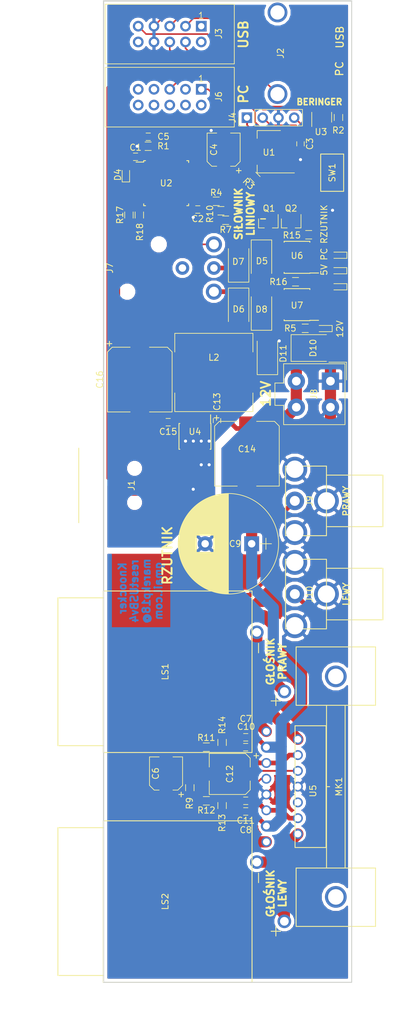
<source format=kicad_pcb>
(kicad_pcb (version 20171130) (host pcbnew "(5.0.0-rc2-dev-586-g888c43477)")
  (title_block (title resetUSB) (date 2018-02-14) (rev 1.0) (comment 1 "Projektant: Marek Piotrowski"))
  (layers (0 F.Cu signal) (31 B.Cu signal) (34 B.Paste user) (35 F.Paste user) (36 B.SilkS user) (37 F.SilkS user) (38 B.Mask user) (39 F.Mask user) (44 Edge.Cuts user))
  (net 0 "")
  (net 1 GND)
  (net 2 +5V)
  (net 3 +3V3)
  (net 4 +12V)
  (net 5 "Net-(D1-Pad2)")
  (net 6 "Net-(D2-Pad2)")
  (net 7 "Net-(D6-Pad2)")
  (net 8 /SWDIO)
  (net 9 /USB_P)
  (net 10 /USB_M)
  (net 11 "Net-(Q1-Pad1)")
  (net 12 "Net-(Q1-Pad3)")
  (net 13 "Net-(Q2-Pad3)")
  (net 14 "Net-(Q2-Pad1)")
  (net 15 /USB_PWR)
  (net 16 /SWCLK)
  (net 17 /M_IMP)
  (net 18 /RZUTNIK_VBUS)
  (net 19 /RZUTNIK_DP)
  (net 20 /RZUTNIK_DM)
  (net 21 /PC_PWR)
  (net 22 /PC_LED)
  (net 23 /M_IN1)
  (net 24 /M_IN2)
  (net 25 /LED_RED)
  (net 26 /LED_GREEN)
  (net 27 /LED_BLUE)
  (net 28 /PRZYCISK)
  (net 29 "Net-(C10-Pad2)")
  (net 30 "Net-(C10-Pad1)")
  (net 31 "Net-(LS1-Pad2)")
  (net 32 "Net-(LS1-Pad1)")
  (net 33 "Net-(LS2-Pad1)")
  (net 34 "Net-(LS2-Pad2)")
  (net 35 "Net-(C12-Pad1)")
  (net 36 "Net-(C5-Pad1)")
  (net 37 "Net-(C6-Pad1)")
  (net 38 "Net-(C11-Pad2)")
  (net 39 "Net-(C11-Pad1)")
  (net 40 "Net-(D3-Pad2)")
  (net 41 "Net-(D4-Pad1)")
  (net 42 "Net-(D5-Pad2)")
  (net 43 "Net-(J2-Pad5)")
  (net 44 "Net-(J2-Pad3)")
  (net 45 "Net-(J2-Pad2)")
  (net 46 "Net-(J2-Pad1)")
  (net 47 "Net-(D9-Pad2)")
  (net 48 "Net-(J9-Pad1)")
  (net 49 "Net-(J10-Pad1)")
  (net 50 "Net-(D11-Pad1)")
  (module mpio:SK409_50,8_STS001 (layer F.Cu) (at 149.482 172.4325 90)
    (fp_text reference MK1 (at 0 0.5 90) (layer F.SilkS))
    (fp_text value SK409/50,8/STS)
    (pad 0 thru_hole circle (at 17.75 0 90) (size 3.5 3.5) (drill 2.5) (layers *.Cu *.Mask))
    (pad 0 thru_hole circle (at -17.75 0 90) (size 3.5 3.5) (drill 2.5) (layers *.Cu *.Mask))
  )
  (module Capacitors_THT:CP_Radial_D16.0mm_P7.50mm (layer F.Cu) (at 135.9135 133.3245 180)
    (fp_text reference C9 (at 2.664 0) (layer F.SilkS))
    (fp_text value 4700u)
    (pad 2 thru_hole circle (at 7.5 0 180) (size 2.4 2.4) (drill 1.2) (layers *.Cu *.Mask) (net 1 GND))
    (pad 1 thru_hole rect (at 0 0 180) (size 2.4 2.4) (drill 1.2) (layers *.Cu *.Mask) (net 4 +12V))
  )
  (module mpio:AC3MAH-AU-PRE (layer F.Cu) (at 112.0375 88.9325 90)
    (fp_text reference J7 (at 0 1 90) (layer F.SilkS))
    (fp_text value AC3MAH-AU-PRE)
    (pad "" np_thru_hole circle (at -3.81 3.82 90) (size 1.6 1.6) (drill 1.6) (layers *.Cu *.Mask))
    (pad "" np_thru_hole circle (at 3.81 8.9 90) (size 1.6 1.6) (drill 1.6) (layers *.Cu *.Mask))
    (pad 4 thru_hole circle (at 0 12.71 90) (size 2.2 2.2) (drill 1.2) (layers *.Cu *.Mask))
    (pad 3 thru_hole circle (at 0 17.79 90) (size 2.2 2.2) (drill 1.2) (layers *.Cu *.Mask) (net 42 "Net-(D5-Pad2)"))
    (pad 2 thru_hole circle (at -3.81 17.79 90) (size 2.6 2.6) (drill 1.6) (layers *.Cu *.Mask) (net 7 "Net-(D6-Pad2)"))
    (pad 1 thru_hole circle (at 3.81 17.79 90) (size 2.6 2.6) (drill 1.6) (layers *.Cu *.Mask) (net 41 "Net-(D4-Pad1)"))
  )
  (module mpio:USB-B_SMD (layer F.Cu) (at 117.0375 123.9325 270)
    (fp_text reference J1 (at 0 0.5 270) (layer F.SilkS))
    (fp_text value USBB-G-SMD)
    (pad 1 smd rect (at 1.875 -7 270) (size 0.7 3) (layers F.Cu F.Paste F.Mask) (net 18 /RZUTNIK_VBUS))
    (pad 3 smd rect (at -1.875 -7 270) (size 0.7 3) (layers F.Cu F.Paste F.Mask) (net 19 /RZUTNIK_DP))
    (pad 4 smd rect (at 0.625 -7 270) (size 0.7 3) (layers F.Cu F.Paste F.Mask) (net 1 GND))
    (pad 2 smd rect (at -0.625 -7 270) (size 0.7 3) (layers F.Cu F.Paste F.Mask) (net 20 /RZUTNIK_DM))
    (pad 5 smd rect (at 6.8 0 270) (size 3.4 6.04) (drill (offset 0 -0.58)) (layers F.Cu F.Paste F.Mask) (net 1 GND))
    (pad 5 smd rect (at -6.8 0 270) (size 3.4 6.04) (drill (offset 0 -0.58)) (layers F.Cu F.Paste F.Mask) (net 1 GND))
    (pad "" np_thru_hole circle (at 2.75 0 270) (size 1.4 1.4) (drill 1.4) (layers *.Cu *.Mask))
    (pad "" np_thru_hole circle (at -2.75 0 270) (size 1.4 1.4) (drill 1.4) (layers *.Cu *.Mask))
  )
  (module mpio:IDC10 (layer F.Cu) (at 127.7855 60.1565 180)
    (fp_text reference J6 (at -2.82 -1.195 270) (layer F.SilkS))
    (fp_text value Conn_02x05)
    (fp_text user 1 (at 0.02 1.72 180) (layer F.SilkS) (effects (font (thickness 0.12))))
    (pad 10 thru_hole oval (at 10.16 -2.54 180) (size 1.7272 1.7272) (drill 1.016) (layers *.Cu *.Mask))
    (pad 9 thru_hole oval (at 10.16 0 180) (size 1.7272 1.7272) (drill 1.016) (layers *.Cu *.Mask))
    (pad 8 thru_hole oval (at 7.62 -2.54 180) (size 1.7272 1.7272) (drill 1.016) (layers *.Cu *.Mask))
    (pad 7 thru_hole oval (at 7.62 0 180) (size 1.7272 1.7272) (drill 1.016) (layers *.Cu *.Mask))
    (pad 6 thru_hole oval (at 5.08 -2.54 180) (size 1.7272 1.7272) (drill 1.016) (layers *.Cu *.Mask))
    (pad 5 thru_hole oval (at 5.08 0 180) (size 1.7272 1.7272) (drill 1.016) (layers *.Cu *.Mask) (net 21 /PC_PWR))
    (pad 4 thru_hole oval (at 2.54 -2.54 180) (size 1.7272 1.7272) (drill 1.016) (layers *.Cu *.Mask))
    (pad 3 thru_hole oval (at 2.54 0 180) (size 1.7272 1.7272) (drill 1.016) (layers *.Cu *.Mask))
    (pad 2 thru_hole oval (at 0 -2.54 180) (size 1.7272 1.7272) (drill 1.016) (layers *.Cu *.Mask))
    (pad 1 thru_hole rect (at 0 0 180) (size 1.7272 1.7272) (drill 1.016) (layers *.Cu *.Mask) (net 22 /PC_LED))
  )
  (module mpio:IDC10 (layer F.Cu) (at 127.7855 49.9965 180)
    (fp_text reference J3 (at -2.82 -1.195 270) (layer F.SilkS))
    (fp_text value Conn_02x05)
    (fp_text user 1 (at 0.02 1.72 180) (layer F.SilkS) (effects (font (thickness 0.12))))
    (pad 10 thru_hole oval (at 10.16 -2.54 180) (size 1.7272 1.7272) (drill 1.016) (layers *.Cu *.Mask))
    (pad 9 thru_hole oval (at 10.16 0 180) (size 1.7272 1.7272) (drill 1.016) (layers *.Cu *.Mask) (net 43 "Net-(J2-Pad5)"))
    (pad 8 thru_hole oval (at 7.62 -2.54 180) (size 1.7272 1.7272) (drill 1.016) (layers *.Cu *.Mask) (net 1 GND))
    (pad 7 thru_hole oval (at 7.62 0 180) (size 1.7272 1.7272) (drill 1.016) (layers *.Cu *.Mask) (net 1 GND))
    (pad 6 thru_hole oval (at 5.08 -2.54 180) (size 1.7272 1.7272) (drill 1.016) (layers *.Cu *.Mask) (net 9 /USB_P))
    (pad 5 thru_hole oval (at 5.08 0 180) (size 1.7272 1.7272) (drill 1.016) (layers *.Cu *.Mask) (net 44 "Net-(J2-Pad3)"))
    (pad 4 thru_hole oval (at 2.54 -2.54 180) (size 1.7272 1.7272) (drill 1.016) (layers *.Cu *.Mask) (net 10 /USB_M))
    (pad 3 thru_hole oval (at 2.54 0 180) (size 1.7272 1.7272) (drill 1.016) (layers *.Cu *.Mask) (net 45 "Net-(J2-Pad2)"))
    (pad 2 thru_hole oval (at 0 -2.54 180) (size 1.7272 1.7272) (drill 1.016) (layers *.Cu *.Mask))
    (pad 1 thru_hole rect (at 0 0 180) (size 1.7272 1.7272) (drill 1.016) (layers *.Cu *.Mask))
  )
  (module Capacitors_SMD:CP_Elec_10x10 (layer F.Cu) (at 117.8795 106.8925 270)
    (fp_text reference C16 (at 0 6.46 270) (layer F.SilkS))
    (fp_text value 330u)
    (fp_text user + (at -5.78 4.97 270) (layer F.SilkS))
    (pad 1 smd rect (at -4 0 90) (size 4 2.5) (layers F.Cu F.Paste F.Mask) (net 2 +5V))
    (pad 2 smd rect (at 4 0 90) (size 4 2.5) (layers F.Cu F.Paste F.Mask) (net 1 GND))
  )
  (module Housings_SOIC:SOIC-8_3.9x4.9mm_Pitch1.27mm (layer F.Cu) (at 126.7695 116.0365 270)
    (fp_text reference U4 (at -0.762 0) (layer F.SilkS))
    (fp_text value AP1509-50SG-13)
    (pad 8 smd rect (at 2.7 -1.905 270) (size 1.55 0.6) (layers F.Cu F.Paste F.Mask) (net 1 GND))
    (pad 7 smd rect (at 2.7 -0.635 270) (size 1.55 0.6) (layers F.Cu F.Paste F.Mask) (net 1 GND))
    (pad 6 smd rect (at 2.7 0.635 270) (size 1.55 0.6) (layers F.Cu F.Paste F.Mask) (net 1 GND))
    (pad 5 smd rect (at 2.7 1.905 270) (size 1.55 0.6) (layers F.Cu F.Paste F.Mask) (net 1 GND))
    (pad 4 smd rect (at -2.7 1.905 270) (size 1.55 0.6) (layers F.Cu F.Paste F.Mask) (net 1 GND))
    (pad 3 smd rect (at -2.7 0.635 270) (size 1.55 0.6) (layers F.Cu F.Paste F.Mask) (net 2 +5V))
    (pad 2 smd rect (at -2.7 -0.635 270) (size 1.55 0.6) (layers F.Cu F.Paste F.Mask) (net 50 "Net-(D11-Pad1)"))
    (pad 1 smd rect (at -2.7 -1.905 270) (size 1.55 0.6) (layers F.Cu F.Paste F.Mask) (net 4 +12V))
  )
  (module Inductors_SMD:L_12x12mm_h6mm (layer F.Cu) (at 129.8175 105.7495 180)
    (fp_text reference L2 (at 0 2.413 180) (layer F.SilkS))
    (fp_text value 47u)
    (pad 2 smd rect (at 4.95 0 180) (size 2.9 5.4) (layers F.Cu F.Paste F.Mask) (net 2 +5V))
    (pad 1 smd rect (at -4.95 0 180) (size 2.9 5.4) (layers F.Cu F.Paste F.Mask) (net 50 "Net-(D11-Pad1)"))
  )
  (module Diodes_SMD:D_SMA (layer F.Cu) (at 138.4535 102.7015 90)
    (fp_text reference D11 (at 0 2.54 90) (layer F.SilkS))
    (fp_text value SS14)
    (pad 2 smd rect (at 2 0 90) (size 2.5 1.8) (layers F.Cu F.Paste F.Mask) (net 1 GND))
    (pad 1 smd rect (at -2 0 90) (size 2.5 1.8) (layers F.Cu F.Paste F.Mask) (net 50 "Net-(D11-Pad1)"))
  )
  (module Capacitors_SMD:CP_Elec_10x10 (layer F.Cu) (at 135.1515 118.8305 270)
    (fp_text reference C14 (at -0.762 0) (layer F.SilkS))
    (fp_text value 330u)
    (fp_text user + (at -5.78 4.97 270) (layer F.SilkS))
    (pad 2 smd rect (at 4 0 90) (size 4 2.5) (layers F.Cu F.Paste F.Mask) (net 1 GND))
    (pad 1 smd rect (at -4 0 90) (size 4 2.5) (layers F.Cu F.Paste F.Mask) (net 4 +12V))
  )
  (module Resistors_SMD:R_0603 (layer F.Cu) (at 130.1985 78.1905 180)
    (fp_text reference R4 (at 0 1.397 180) (layer F.SilkS))
    (fp_text value 22K)
    (pad 2 smd rect (at 0.75 0 180) (size 0.5 0.9) (layers F.Cu F.Paste F.Mask) (net 25 /LED_RED))
    (pad 1 smd rect (at -0.75 0 180) (size 0.5 0.9) (layers F.Cu F.Paste F.Mask) (net 5 "Net-(D1-Pad2)"))
  )
  (module mpio:FC68391 (layer F.Cu) (at 147.974 126.4245 90)
    (fp_text reference J9 (at 0 -2.7385 90) (layer F.SilkS))
    (fp_text value FC68391)
    (pad 2 thru_hole circle (at 0 0 90) (size 4 4) (drill 2.8) (layers *.Cu *.Mask) (net 1 GND))
    (pad 1 thru_hole circle (at 0 -5.1 90) (size 3 3) (drill 1.6) (layers *.Cu *.Mask) (net 48 "Net-(J9-Pad1)"))
    (pad 2 thru_hole circle (at -5.1 -5.1 90) (size 4 4) (drill 2.8) (layers *.Cu *.Mask) (net 1 GND))
    (pad 2 thru_hole circle (at 5.1 -5.1 90) (size 4 4) (drill 2.8) (layers *.Cu *.Mask) (net 1 GND))
  )
  (module Resistors_SMD:R_0603 (layer F.Cu) (at 128.608 174.7115)
    (fp_text reference R12 (at 0 1.524) (layer F.SilkS))
    (fp_text value 4K7)
    (pad 2 smd rect (at 0.75 0) (size 0.5 0.9) (layers F.Cu F.Paste F.Mask) (net 39 "Net-(C11-Pad1)"))
    (pad 1 smd rect (at -0.75 0) (size 0.5 0.9) (layers F.Cu F.Paste F.Mask) (net 49 "Net-(J10-Pad1)"))
  )
  (module Capacitors_SMD:CP_Elec_6.3x5.3 (layer F.Cu) (at 132.378 170.39 180)
    (fp_text reference C12 (at 0 0 270) (layer F.SilkS))
    (fp_text value 47u)
    (fp_text user + (at -4.28 3.01 180) (layer F.SilkS))
    (pad 2 smd rect (at 2.7 0) (size 3.5 1.6) (layers F.Cu F.Paste F.Mask) (net 1 GND))
    (pad 1 smd rect (at -2.7 0) (size 3.5 1.6) (layers F.Cu F.Paste F.Mask) (net 35 "Net-(C12-Pad1)"))
  )
  (module Resistors_SMD:R_0603 (layer F.Cu) (at 131.148 165.3135 90)
    (fp_text reference R14 (at 2.794 0 90) (layer F.SilkS))
    (fp_text value 10K)
    (pad 2 smd rect (at 0.75 0 90) (size 0.5 0.9) (layers F.Cu F.Paste F.Mask) (net 1 GND))
    (pad 1 smd rect (at -0.75 0 90) (size 0.5 0.9) (layers F.Cu F.Paste F.Mask) (net 30 "Net-(C10-Pad1)"))
  )
  (module mpio:FC68391 (layer F.Cu) (at 147.974 141.4245 90)
    (fp_text reference J10 (at 0 -2.7385 90) (layer F.SilkS))
    (fp_text value FC68391)
    (pad 2 thru_hole circle (at 5.1 -5.1 90) (size 4 4) (drill 2.8) (layers *.Cu *.Mask) (net 1 GND))
    (pad 2 thru_hole circle (at -5.1 -5.1 90) (size 4 4) (drill 2.8) (layers *.Cu *.Mask) (net 1 GND))
    (pad 1 thru_hole circle (at 0 -5.1 90) (size 3 3) (drill 1.6) (layers *.Cu *.Mask) (net 49 "Net-(J10-Pad1)"))
    (pad 2 thru_hole circle (at 0 0 90) (size 4 4) (drill 2.8) (layers *.Cu *.Mask) (net 1 GND))
  )
  (module Capacitors_SMD:CP_Elec_5x5.3 (layer F.Cu) (at 122.134 170.3125 90)
    (fp_text reference C6 (at 0 -1.702 90) (layer F.SilkS))
    (fp_text value 10u)
    (fp_text user + (at -3.38 2.34 90) (layer F.SilkS))
    (pad 2 smd rect (at 2.2 0 270) (size 3 1.6) (layers F.Cu F.Paste F.Mask) (net 1 GND))
    (pad 1 smd rect (at -2.2 0 270) (size 3 1.6) (layers F.Cu F.Paste F.Mask) (net 37 "Net-(C6-Pad1)"))
  )
  (module Resistors_SMD:R_0603 (layer F.Cu) (at 131.148 175.4735 270)
    (fp_text reference R13 (at 2.794 0 270) (layer F.SilkS))
    (fp_text value 10K)
    (pad 2 smd rect (at 0.75 0 270) (size 0.5 0.9) (layers F.Cu F.Paste F.Mask) (net 1 GND))
    (pad 1 smd rect (at -0.75 0 270) (size 0.5 0.9) (layers F.Cu F.Paste F.Mask) (net 39 "Net-(C11-Pad1)"))
  )
  (module Capacitors_SMD:C_0603 (layer F.Cu) (at 134.958 174.708)
    (fp_text reference C11 (at 0 3.1715) (layer F.SilkS))
    (fp_text value 0.47u)
    (pad 1 smd rect (at -0.75 0) (size 0.8 0.75) (layers F.Cu F.Paste F.Mask) (net 39 "Net-(C11-Pad1)"))
    (pad 2 smd rect (at 0.75 0) (size 0.8 0.75) (layers F.Cu F.Paste F.Mask) (net 38 "Net-(C11-Pad2)"))
  )
  (module Capacitors_SMD:C_0603 (layer F.Cu) (at 134.946 166.0755)
    (fp_text reference C10 (at 0.0695 -3.3055) (layer F.SilkS))
    (fp_text value 0.47u)
    (pad 1 smd rect (at -0.75 0) (size 0.8 0.75) (layers F.Cu F.Paste F.Mask) (net 30 "Net-(C10-Pad1)"))
    (pad 2 smd rect (at 0.75 0) (size 0.8 0.75) (layers F.Cu F.Paste F.Mask) (net 29 "Net-(C10-Pad2)"))
  )
  (module Capacitors_SMD:C_0603 (layer F.Cu) (at 134.958 164.4855 180)
    (fp_text reference C7 (at 0 2.9855 180) (layer F.SilkS))
    (fp_text value 100n)
    (pad 1 smd rect (at -0.75 0 180) (size 0.8 0.75) (layers F.Cu F.Paste F.Mask) (net 4 +12V))
    (pad 2 smd rect (at 0.75 0 180) (size 0.8 0.75) (layers F.Cu F.Paste F.Mask) (net 1 GND))
  )
  (module Capacitors_SMD:C_0603 (layer F.Cu) (at 134.958 176.4235 180)
    (fp_text reference C8 (at 0 -2.9835 180) (layer F.SilkS))
    (fp_text value 100n)
    (pad 1 smd rect (at -0.75 0 180) (size 0.8 0.75) (layers F.Cu F.Paste F.Mask) (net 4 +12V))
    (pad 2 smd rect (at 0.75 0 180) (size 0.8 0.75) (layers F.Cu F.Paste F.Mask) (net 1 GND))
  )
  (module Resistors_SMD:R_0603 (layer F.Cu) (at 128.608 166.0755)
    (fp_text reference R11 (at -0.006 -1.5275) (layer F.SilkS))
    (fp_text value 4K7)
    (pad 2 smd rect (at 0.75 0) (size 0.5 0.9) (layers F.Cu F.Paste F.Mask) (net 30 "Net-(C10-Pad1)"))
    (pad 1 smd rect (at -0.75 0) (size 0.5 0.9) (layers F.Cu F.Paste F.Mask) (net 48 "Net-(J9-Pad1)"))
  )
  (module mpio:MULTIWATT15 (layer F.Cu) (at 147.912 172.4275 270)
    (fp_text reference U5 (at 0.7 2.1 270) (layer F.SilkS))
    (fp_text value TDA7375)
    (pad 15 thru_hole circle (at 8.89 9.63 270) (size 1.6 1.6) (drill 1.1) (layers *.Cu *.Mask) (net 33 "Net-(LS2-Pad1)"))
    (pad 13 thru_hole circle (at 6.35 9.63 270) (size 1.6 1.6) (drill 1.1) (layers *.Cu *.Mask) (net 4 +12V))
    (pad 11 thru_hole circle (at 3.81 9.63 270) (size 1.6 1.6) (drill 1.1) (layers *.Cu *.Mask) (net 38 "Net-(C11-Pad2)"))
    (pad 9 thru_hole circle (at 1.27 9.63 270) (size 1.6 1.6) (drill 1.1) (layers *.Cu *.Mask) (net 1 GND))
    (pad 7 thru_hole circle (at -1.27 9.63 270) (size 1.6 1.6) (drill 1.1) (layers *.Cu *.Mask) (net 37 "Net-(C6-Pad1)"))
    (pad 5 thru_hole circle (at -3.81 9.63 270) (size 1.6 1.6) (drill 1.1) (layers *.Cu *.Mask) (net 29 "Net-(C10-Pad2)"))
    (pad 3 thru_hole circle (at -6.35 9.63 270) (size 1.6 1.6) (drill 1.1) (layers *.Cu *.Mask) (net 4 +12V))
    (pad 1 thru_hole circle (at -8.89 9.63 270) (size 1.6 1.6) (drill 1.1) (layers *.Cu *.Mask) (net 32 "Net-(LS1-Pad1)"))
    (pad 14 thru_hole circle (at 7.62 4.55 270) (size 1.6 1.6) (drill 1.1) (layers *.Cu *.Mask) (net 34 "Net-(LS2-Pad2)"))
    (pad 12 thru_hole circle (at 5.08 4.55 270) (size 1.6 1.6) (drill 1.1) (layers *.Cu *.Mask) (net 38 "Net-(C11-Pad2)"))
    (pad 10 thru_hole circle (at 2.54 4.55 270) (size 1.6 1.6) (drill 1.1) (layers *.Cu *.Mask))
    (pad 2 thru_hole circle (at -7.62 4.55 270) (size 1.6 1.6) (drill 1.1) (layers *.Cu *.Mask) (net 31 "Net-(LS1-Pad2)"))
    (pad 4 thru_hole circle (at -5.08 4.55 270) (size 1.6 1.6) (drill 1.1) (layers *.Cu *.Mask) (net 29 "Net-(C10-Pad2)"))
    (pad 6 thru_hole circle (at -2.54 4.55 270) (size 1.6 1.6) (drill 1.1) (layers *.Cu *.Mask) (net 35 "Net-(C12-Pad1)"))
    (pad 8 thru_hole circle (at 0 4.55 270) (size 1.6 1.6) (drill 1.1) (layers *.Cu *.Mask) (net 1 GND))
  )
  (module Resistors_SMD:R_0603 (layer F.Cu) (at 125.944 172.5985 270)
    (fp_text reference R9 (at 2.5065 0.0395 270) (layer F.SilkS))
    (fp_text value 47K)
    (pad 2 smd rect (at 0.75 0 270) (size 0.5 0.9) (layers F.Cu F.Paste F.Mask) (net 37 "Net-(C6-Pad1)"))
    (pad 1 smd rect (at -0.75 0 270) (size 0.5 0.9) (layers F.Cu F.Paste F.Mask) (net 4 +12V))
  )
  (module mpio:NLJ2MD-H (layer F.Cu) (at 111.974 153.9325 270)
    (fp_text reference LS1 (at 0 -10 270) (layer F.SilkS))
    (fp_text value NLJ2MD-H)
    (fp_text user + (at 4.696 -27.686 270) (layer F.SilkS) (effects (font (size 2 2))))
    (fp_text user - (at -3.81 -24.892 270) (layer F.SilkS) (effects (font (size 2 2))))
    (pad 2 thru_hole circle (at -6.35 -24.77 270) (size 2.2 2.2) (drill 1.4) (layers *.Cu *.Mask) (net 31 "Net-(LS1-Pad2)"))
    (pad 1 thru_hole circle (at 3.18 -29.21 270) (size 2.2 2.2) (drill 1.4) (layers *.Cu *.Mask) (net 32 "Net-(LS1-Pad1)"))
  )
  (module mpio:NLJ2MD-H (layer F.Cu) (at 111.974 190.9325 270)
    (fp_text reference LS2 (at 0 -10 270) (layer F.SilkS))
    (fp_text value NLJ2MD-H)
    (fp_text user + (at 4.78 -27.686 270) (layer F.SilkS) (effects (font (size 2 2))))
    (fp_text user - (at -3.81 -24.892 270) (layer F.SilkS) (effects (font (size 2 2))))
    (pad 2 thru_hole circle (at -6.35 -24.77 270) (size 2.2 2.2) (drill 1.4) (layers *.Cu *.Mask) (net 34 "Net-(LS2-Pad2)"))
    (pad 1 thru_hole circle (at 3.18 -29.21 270) (size 2.2 2.2) (drill 1.4) (layers *.Cu *.Mask) (net 33 "Net-(LS2-Pad1)"))
  )
  (module mpio:Molex_MiniFit-JR-5556-04A_2x02x4.20mm_Straight (layer F.Cu) (at 148.6135 107.1465 270)
    (fp_text reference J8 (at 2.1 2.654 270) (layer F.SilkS))
    (fp_text value "Mini-Fit Jr; 4,2mm")
    (pad 4 thru_hole circle (at 4.2 5.5 270) (size 2.8 2.8) (drill 1.4) (layers *.Cu *.Mask) (net 4 +12V))
    (pad 3 thru_hole circle (at 0 5.5 270) (size 2.8 2.8) (drill 1.4) (layers *.Cu *.Mask) (net 4 +12V))
    (pad 2 thru_hole circle (at 4.2 0 270) (size 2.8 2.8) (drill 1.4) (layers *.Cu *.Mask) (net 1 GND))
    (pad 1 thru_hole rect (at 0 0 270) (size 2.8 2.8) (drill 1.4) (layers *.Cu *.Mask) (net 1 GND))
  )
  (module Diodes_SMD:D_SMA (layer F.Cu) (at 133.813 87.8112 90)
    (fp_text reference D7 (at -0.0948 -0.0585 180) (layer F.SilkS))
    (fp_text value US1D)
    (pad 2 smd rect (at 2 0 90) (size 2.5 1.8) (layers F.Cu F.Paste F.Mask) (net 1 GND))
    (pad 1 smd rect (at -2 0 90) (size 2.5 1.8) (layers F.Cu F.Paste F.Mask) (net 42 "Net-(D5-Pad2)"))
  )
  (module Diodes_SMD:D_SMA (layer F.Cu) (at 137.496 87.8112 270)
    (fp_text reference D5 (at 0 -0.0685) (layer F.SilkS))
    (fp_text value US1D)
    (pad 2 smd rect (at 2 0 270) (size 2.5 1.8) (layers F.Cu F.Paste F.Mask) (net 42 "Net-(D5-Pad2)"))
    (pad 1 smd rect (at -2 0 270) (size 2.5 1.8) (layers F.Cu F.Paste F.Mask) (net 4 +12V))
  )
  (module Diodes_SMD:D_SMA (layer F.Cu) (at 133.813 95.5582 270)
    (fp_text reference D8 (at 0.0313 -3.688) (layer F.SilkS))
    (fp_text value US1D)
    (pad 2 smd rect (at 2 0 270) (size 2.5 1.8) (layers F.Cu F.Paste F.Mask) (net 1 GND))
    (pad 1 smd rect (at -2 0 270) (size 2.5 1.8) (layers F.Cu F.Paste F.Mask) (net 7 "Net-(D6-Pad2)"))
  )
  (module TO_SOT_Packages_SMD:SOT-23 (layer F.Cu) (at 138.6035 81.717 270)
    (fp_text reference Q1 (at -2.3835 -0.104) (layer F.SilkS))
    (fp_text value BC817)
    (pad 3 smd rect (at 1 0 270) (size 0.9 0.8) (layers F.Cu F.Paste F.Mask) (net 12 "Net-(Q1-Pad3)"))
    (pad 2 smd rect (at -1 0.95 270) (size 0.9 0.8) (layers F.Cu F.Paste F.Mask) (net 1 GND))
    (pad 1 smd rect (at -1 -0.95 270) (size 0.9 0.8) (layers F.Cu F.Paste F.Mask) (net 11 "Net-(Q1-Pad1)"))
  )
  (module TO_SOT_Packages_SMD:SOT-23 (layer F.Cu) (at 142.2865 81.717 270)
    (fp_text reference Q2 (at -2.3835 0.023) (layer F.SilkS))
    (fp_text value BC817)
    (pad 3 smd rect (at 1 0 270) (size 0.9 0.8) (layers F.Cu F.Paste F.Mask) (net 13 "Net-(Q2-Pad3)"))
    (pad 2 smd rect (at -1 0.95 270) (size 0.9 0.8) (layers F.Cu F.Paste F.Mask) (net 1 GND))
    (pad 1 smd rect (at -1 -0.95 270) (size 0.9 0.8) (layers F.Cu F.Paste F.Mask) (net 14 "Net-(Q2-Pad1)"))
  )
  (module Diodes_SMD:D_SMA (layer F.Cu) (at 137.496 95.5582 90)
    (fp_text reference D6 (at 0 -3.678 180) (layer F.SilkS))
    (fp_text value US1D)
    (pad 2 smd rect (at 2 0 90) (size 2.5 1.8) (layers F.Cu F.Paste F.Mask) (net 7 "Net-(D6-Pad2)"))
    (pad 1 smd rect (at -2 0 90) (size 2.5 1.8) (layers F.Cu F.Paste F.Mask) (net 4 +12V))
  )
  (module mpio:SOIC-8_3.9x4.9mm_Pitch1.27mm (layer F.Cu) (at 143.2237 87.2096 180)
    (fp_text reference U6 (at 0 0.2621 180) (layer F.SilkS))
    (fp_text value AO4616)
    (pad 8 smd rect (at 2.7 -1.905 180) (size 1.55 0.6) (layers F.Cu F.Paste F.Mask) (net 42 "Net-(D5-Pad2)"))
    (pad 7 smd rect (at 2.7 -0.635 180) (size 1.55 0.6) (layers F.Cu F.Paste F.Mask) (net 42 "Net-(D5-Pad2)"))
    (pad 6 smd rect (at 2.7 0.635 180) (size 1.55 0.6) (layers F.Cu F.Paste F.Mask) (net 42 "Net-(D5-Pad2)"))
    (pad 5 smd rect (at 2.7 1.905 180) (size 1.55 0.6) (layers F.Cu F.Paste F.Mask) (net 42 "Net-(D5-Pad2)"))
    (pad 4 smd rect (at -2.7 1.905 180) (size 1.55 0.6) (layers F.Cu F.Paste F.Mask) (net 12 "Net-(Q1-Pad3)"))
    (pad 3 smd rect (at -2.7 0.635 180) (size 1.55 0.6) (layers F.Cu F.Paste F.Mask) (net 4 +12V))
    (pad 2 smd rect (at -2.7 -0.635 180) (size 1.55 0.6) (layers F.Cu F.Paste F.Mask) (net 12 "Net-(Q1-Pad3)"))
    (pad 1 smd rect (at -2.7 -1.905 180) (size 1.55 0.6) (layers F.Cu F.Paste F.Mask) (net 1 GND))
  )
  (module mpio:SOIC-8_3.9x4.9mm_Pitch1.27mm (layer F.Cu) (at 143.2237 94.8296 180)
    (fp_text reference U7 (at 0 -0.1179 180) (layer F.SilkS))
    (fp_text value AO4616)
    (pad 8 smd rect (at 2.7 -1.905 180) (size 1.55 0.6) (layers F.Cu F.Paste F.Mask) (net 7 "Net-(D6-Pad2)"))
    (pad 7 smd rect (at 2.7 -0.635 180) (size 1.55 0.6) (layers F.Cu F.Paste F.Mask) (net 7 "Net-(D6-Pad2)"))
    (pad 6 smd rect (at 2.7 0.635 180) (size 1.55 0.6) (layers F.Cu F.Paste F.Mask) (net 7 "Net-(D6-Pad2)"))
    (pad 5 smd rect (at 2.7 1.905 180) (size 1.55 0.6) (layers F.Cu F.Paste F.Mask) (net 7 "Net-(D6-Pad2)"))
    (pad 4 smd rect (at -2.7 1.905 180) (size 1.55 0.6) (layers F.Cu F.Paste F.Mask) (net 13 "Net-(Q2-Pad3)"))
    (pad 3 smd rect (at -2.7 0.635 180) (size 1.55 0.6) (layers F.Cu F.Paste F.Mask) (net 4 +12V))
    (pad 2 smd rect (at -2.7 -0.635 180) (size 1.55 0.6) (layers F.Cu F.Paste F.Mask) (net 13 "Net-(Q2-Pad3)"))
    (pad 1 smd rect (at -2.7 -1.905 180) (size 1.55 0.6) (layers F.Cu F.Paste F.Mask) (net 1 GND))
  )
  (module Resistors_SMD:R_0603 (layer F.Cu) (at 142.986 91.1445 180)
    (fp_text reference R16 (at 2.7545 0 180) (layer F.SilkS))
    (fp_text value 10K)
    (pad 2 smd rect (at 0.75 0 180) (size 0.5 0.9) (layers F.Cu F.Paste F.Mask) (net 4 +12V))
    (pad 1 smd rect (at -0.75 0 180) (size 0.5 0.9) (layers F.Cu F.Paste F.Mask) (net 13 "Net-(Q2-Pad3)"))
  )
  (module Resistors_SMD:R_0603 (layer F.Cu) (at 145.1083 83.5753 180)
    (fp_text reference R15 (at 2.7178 -0.0762 180) (layer F.SilkS))
    (fp_text value 10K)
    (pad 2 smd rect (at 0.75 0 180) (size 0.5 0.9) (layers F.Cu F.Paste F.Mask) (net 4 +12V))
    (pad 1 smd rect (at -0.75 0 180) (size 0.5 0.9) (layers F.Cu F.Paste F.Mask) (net 12 "Net-(Q1-Pad3)"))
  )
  (module LEDs:LED_0603 (layer F.Cu) (at 147.5975 98.679 180)
    (fp_text reference D9 hide)
    (fp_text value RED)
    (pad 1 smd rect (at -0.8 0) (size 0.8 0.8) (layers F.Cu F.Paste F.Mask) (net 1 GND))
    (pad 2 smd rect (at 0.8 0) (size 0.8 0.8) (layers F.Cu F.Paste F.Mask) (net 47 "Net-(D9-Pad2)"))
  )
  (module Resistors_SMD:R_0603 (layer F.Cu) (at 144.5495 98.6375)
    (fp_text reference R5 (at -2.413 0) (layer F.SilkS))
    (fp_text value 100K)
    (pad 2 smd rect (at 0.75 0) (size 0.5 0.9) (layers F.Cu F.Paste F.Mask) (net 47 "Net-(D9-Pad2)"))
    (pad 1 smd rect (at -0.75 0) (size 0.5 0.9) (layers F.Cu F.Paste F.Mask) (net 4 +12V))
  )
  (module Resistors_SMD:R_0603 (layer F.Cu) (at 130.9605 79.7145 180)
    (fp_text reference R10 (at 1.778 -0.508 270) (layer F.SilkS))
    (fp_text value 33K)
    (pad 2 smd rect (at 0.75 0 180) (size 0.5 0.9) (layers F.Cu F.Paste F.Mask) (net 27 /LED_BLUE))
    (pad 1 smd rect (at -0.75 0 180) (size 0.5 0.9) (layers F.Cu F.Paste F.Mask) (net 40 "Net-(D3-Pad2)"))
  )
  (module Housings_QFP:LQFP-32_7x7mm_Pitch0.8mm (layer F.Cu) (at 122.130272 75.273643)
    (fp_text reference U2 (at 0 -0.004143) (layer F.SilkS))
    (fp_text value STM32F042K6Tx)
    (pad 32 smd rect (at -2.8 -4.25 90) (size 1.2 0.6) (layers F.Cu F.Paste F.Mask) (net 1 GND))
    (pad 31 smd rect (at -2 -4.25 90) (size 1.2 0.6) (layers F.Cu F.Paste F.Mask) (net 36 "Net-(C5-Pad1)"))
    (pad 30 smd rect (at -1.2 -4.25 90) (size 1.2 0.6) (layers F.Cu F.Paste F.Mask) (net 19 /RZUTNIK_DP))
    (pad 29 smd rect (at -0.4 -4.25 90) (size 1.2 0.6) (layers F.Cu F.Paste F.Mask) (net 20 /RZUTNIK_DM))
    (pad 28 smd rect (at 0.4 -4.25 90) (size 1.2 0.6) (layers F.Cu F.Paste F.Mask) (net 18 /RZUTNIK_VBUS))
    (pad 27 smd rect (at 1.2 -4.25 90) (size 1.2 0.6) (layers F.Cu F.Paste F.Mask))
    (pad 26 smd rect (at 2 -4.25 90) (size 1.2 0.6) (layers F.Cu F.Paste F.Mask) (net 22 /PC_LED))
    (pad 25 smd rect (at 2.8 -4.25 90) (size 1.2 0.6) (layers F.Cu F.Paste F.Mask) (net 21 /PC_PWR))
    (pad 24 smd rect (at 4.25 -2.8) (size 1.2 0.6) (layers F.Cu F.Paste F.Mask) (net 16 /SWCLK))
    (pad 23 smd rect (at 4.25 -2) (size 1.2 0.6) (layers F.Cu F.Paste F.Mask) (net 8 /SWDIO))
    (pad 22 smd rect (at 4.25 -1.2) (size 1.2 0.6) (layers F.Cu F.Paste F.Mask) (net 9 /USB_P))
    (pad 21 smd rect (at 4.25 -0.4) (size 1.2 0.6) (layers F.Cu F.Paste F.Mask) (net 10 /USB_M))
    (pad 20 smd rect (at 4.25 0.4) (size 1.2 0.6) (layers F.Cu F.Paste F.Mask) (net 15 /USB_PWR))
    (pad 19 smd rect (at 4.25 1.2) (size 1.2 0.6) (layers F.Cu F.Paste F.Mask) (net 28 /PRZYCISK))
    (pad 18 smd rect (at 4.25 2) (size 1.2 0.6) (layers F.Cu F.Paste F.Mask))
    (pad 17 smd rect (at 4.25 2.8) (size 1.2 0.6) (layers F.Cu F.Paste F.Mask) (net 3 +3V3))
    (pad 16 smd rect (at 2.8 4.25 90) (size 1.2 0.6) (layers F.Cu F.Paste F.Mask) (net 1 GND))
    (pad 15 smd rect (at 2 4.25 90) (size 1.2 0.6) (layers F.Cu F.Paste F.Mask))
    (pad 14 smd rect (at 1.2 4.25 90) (size 1.2 0.6) (layers F.Cu F.Paste F.Mask))
    (pad 13 smd rect (at 0.4 4.25 90) (size 1.2 0.6) (layers F.Cu F.Paste F.Mask))
    (pad 12 smd rect (at -0.4 4.25 90) (size 1.2 0.6) (layers F.Cu F.Paste F.Mask))
    (pad 11 smd rect (at -1.2 4.25 90) (size 1.2 0.6) (layers F.Cu F.Paste F.Mask) (net 25 /LED_RED))
    (pad 10 smd rect (at -2 4.25 90) (size 1.2 0.6) (layers F.Cu F.Paste F.Mask) (net 27 /LED_BLUE))
    (pad 9 smd rect (at -2.8 4.25 90) (size 1.2 0.6) (layers F.Cu F.Paste F.Mask) (net 26 /LED_GREEN))
    (pad 8 smd rect (at -4.25 2.8) (size 1.2 0.6) (layers F.Cu F.Paste F.Mask))
    (pad 7 smd rect (at -4.25 2) (size 1.2 0.6) (layers F.Cu F.Paste F.Mask) (net 24 /M_IN2))
    (pad 6 smd rect (at -4.25 1.2) (size 1.2 0.6) (layers F.Cu F.Paste F.Mask) (net 23 /M_IN1))
    (pad 5 smd rect (at -4.25 0.4) (size 1.2 0.6) (layers F.Cu F.Paste F.Mask) (net 3 +3V3))
    (pad 4 smd rect (at -4.25 -0.4) (size 1.2 0.6) (layers F.Cu F.Paste F.Mask))
    (pad 3 smd rect (at -4.25 -1.2) (size 1.2 0.6) (layers F.Cu F.Paste F.Mask))
    (pad 2 smd rect (at -4.25 -2) (size 1.2 0.6) (layers F.Cu F.Paste F.Mask) (net 17 /M_IMP))
    (pad 1 smd rect (at -4.25 -2.8) (size 1.2 0.6) (layers F.Cu F.Paste F.Mask) (net 3 +3V3))
  )
  (module Resistors_SMD:R_0603 (layer F.Cu) (at 119.225376 69.325202)
    (fp_text reference R1 (at 2.464124 -0.024702) (layer F.SilkS))
    (fp_text value 100K)
    (pad 2 smd rect (at 0.75 0) (size 0.5 0.9) (layers F.Cu F.Paste F.Mask) (net 36 "Net-(C5-Pad1)"))
    (pad 1 smd rect (at -0.75 0) (size 0.5 0.9) (layers F.Cu F.Paste F.Mask) (net 1 GND))
  )
  (module Capacitors_SMD:C_0603 (layer F.Cu) (at 119.237376 67.801202 180)
    (fp_text reference C5 (at -2.452124 0.024702 180) (layer F.SilkS))
    (fp_text value 100n)
    (pad 1 smd rect (at -0.75 0 180) (size 0.8 0.75) (layers F.Cu F.Paste F.Mask) (net 36 "Net-(C5-Pad1)"))
    (pad 2 smd rect (at 0.75 0 180) (size 0.8 0.75) (layers F.Cu F.Paste F.Mask) (net 1 GND))
  )
  (module mpio:USB-A_SMD (layer F.Cu) (at 140.081 54.356 90)
    (fp_text reference J2 (at 0 0.5 90) (layer F.SilkS))
    (fp_text value TUEA4F2SOBHT)
    (pad 1 smd rect (at -3.5 -4.21 90) (size 1 3) (layers F.Cu F.Paste F.Mask) (net 46 "Net-(J2-Pad1)"))
    (pad 2 smd rect (at -1 -4.21 90) (size 1 3) (layers F.Cu F.Paste F.Mask) (net 45 "Net-(J2-Pad2)"))
    (pad 4 smd rect (at 3.5 -4.21 90) (size 1 3) (layers F.Cu F.Paste F.Mask) (net 1 GND))
    (pad 3 smd rect (at 1 -4.21 90) (size 1 3) (layers F.Cu F.Paste F.Mask) (net 44 "Net-(J2-Pad3)"))
    (pad 5 thru_hole circle (at 6.57 0 90) (size 3.2 3.2) (drill 2.3) (layers *.Cu *.Mask) (net 43 "Net-(J2-Pad5)"))
    (pad 5 thru_hole circle (at -6.57 0 90) (size 3.2 3.2) (drill 2.3) (layers *.Cu *.Mask) (net 43 "Net-(J2-Pad5)"))
  )
  (module Capacitors_SMD:C_0603 (layer F.Cu) (at 143.786359 68.940041 270)
    (fp_text reference C3 (at 0 -1.5 270) (layer F.SilkS))
    (fp_text value 100n)
    (pad 1 smd rect (at -0.75 0 270) (size 0.8 0.75) (layers F.Cu F.Paste F.Mask) (net 2 +5V))
    (pad 2 smd rect (at 0.75 0 270) (size 0.8 0.75) (layers F.Cu F.Paste F.Mask) (net 1 GND))
  )
  (module Capacitors_SMD:CP_Elec_5x5.3 (layer F.Cu) (at 131.4183 69.8751 90)
    (fp_text reference C4 (at 0 -1.6008 90) (layer F.SilkS))
    (fp_text value 10u)
    (fp_text user + (at -3.38 2.34 90) (layer F.SilkS))
    (pad 2 smd rect (at 2.2 0 270) (size 3 1.6) (layers F.Cu F.Paste F.Mask) (net 1 GND))
    (pad 1 smd rect (at -2.2 0 270) (size 3 1.6) (layers F.Cu F.Paste F.Mask) (net 3 +3V3))
  )
  (module TO_SOT_Packages_SMD:SOT-223-3_TabPin2 (layer F.Cu) (at 138.706359 70.210041 180)
    (fp_text reference U1 (at 0 -0.106459 180) (layer F.SilkS))
    (fp_text value LD1117S33TR)
    (pad 1 smd rect (at -3.15 -2.3 180) (size 2 1.5) (layers F.Cu F.Paste F.Mask) (net 1 GND))
    (pad 3 smd rect (at -3.15 2.3 180) (size 2 1.5) (layers F.Cu F.Paste F.Mask) (net 2 +5V))
    (pad 2 smd rect (at -3.15 0 180) (size 2 1.5) (layers F.Cu F.Paste F.Mask) (net 3 +3V3))
    (pad 2 smd rect (at 3.15 0 180) (size 2 3.8) (layers F.Cu F.Paste F.Mask) (net 3 +3V3))
  )
  (module mpio:SW_3x6_1,6x7,4 (layer F.Cu) (at 148.8935 73.5835 90)
    (fp_text reference SW1 (at 0 0 90) (layer F.SilkS))
    (fp_text value "TACTM-34N-F " hide)
    (pad 2 smd rect (at 3.7 0 90) (size 2.18 1.6) (layers F.Cu F.Paste F.Mask) (net 28 /PRZYCISK))
    (pad 1 smd rect (at -3.7 0 90) (size 2.18 1.6) (layers F.Cu F.Paste F.Mask) (net 1 GND))
  )
  (module Resistors_SMD:R_0603 (layer F.Cu) (at 136.4475 74.3455 135)
    (fp_text reference R3 (at 0 -1.45 135) (layer F.SilkS))
    (fp_text value 100K)
    (pad 2 smd rect (at 0.75 0 135) (size 0.5 0.9) (layers F.Cu F.Paste F.Mask) (net 3 +3V3))
    (pad 1 smd rect (at -0.75 0 135) (size 0.5 0.9) (layers F.Cu F.Paste F.Mask) (net 8 /SWDIO))
  )
  (module Diodes_SMD:D_SOD-523 (layer F.Cu) (at 115.6335 73.9235 90)
    (fp_text reference D4 (at 0 -1.3 90) (layer F.SilkS))
    (fp_text value 1PS79SB70)
    (pad 1 smd rect (at -0.7 0 270) (size 0.6 0.7) (layers F.Cu F.Paste F.Mask) (net 41 "Net-(D4-Pad1)"))
    (pad 2 smd rect (at 0.7 0 270) (size 0.6 0.7) (layers F.Cu F.Paste F.Mask) (net 17 /M_IMP))
  )
  (module LEDs:LED_0603 (layer F.Cu) (at 149.971 91.953 180)
    (fp_text reference D1 hide)
    (fp_text value RED)
    (pad 1 smd rect (at -0.8 0) (size 0.8 0.8) (layers F.Cu F.Paste F.Mask) (net 1 GND))
    (pad 2 smd rect (at 0.8 0) (size 0.8 0.8) (layers F.Cu F.Paste F.Mask) (net 5 "Net-(D1-Pad2)"))
  )
  (module LEDs:LED_0603 (layer F.Cu) (at 149.971 86.873 180)
    (fp_text reference D3 hide)
    (fp_text value BLUE)
    (pad 1 smd rect (at -0.8 0) (size 0.8 0.8) (layers F.Cu F.Paste F.Mask) (net 1 GND))
    (pad 2 smd rect (at 0.8 0) (size 0.8 0.8) (layers F.Cu F.Paste F.Mask) (net 40 "Net-(D3-Pad2)"))
  )
  (module Resistors_SMD:R_0603 (layer F.Cu) (at 149.9095 64.6935 270)
    (fp_text reference R2 (at 2.067 0.026) (layer F.SilkS))
    (fp_text value 100K)
    (pad 2 smd rect (at 0.75 0 270) (size 0.5 0.9) (layers F.Cu F.Paste F.Mask) (net 15 /USB_PWR))
    (pad 1 smd rect (at -0.75 0 270) (size 0.5 0.9) (layers F.Cu F.Paste F.Mask) (net 2 +5V))
  )
  (module mpio:TSOP-6_1.65x3.05mm_Pitch0.95mm (layer F.Cu) (at 147.2044 64.6568 90)
    (fp_text reference U3 (at -2.3577 -0.1149 180) (layer F.SilkS))
    (fp_text value IRLTS2242)
    (pad 6 smd rect (at 1.16 -0.95 90) (size 0.7 0.51) (layers F.Cu F.Paste F.Mask) (net 46 "Net-(J2-Pad1)"))
    (pad 5 smd rect (at 1.16 0 90) (size 0.7 0.51) (layers F.Cu F.Paste F.Mask) (net 46 "Net-(J2-Pad1)"))
    (pad 4 smd rect (at 1.16 0.95 90) (size 0.7 0.51) (layers F.Cu F.Paste F.Mask) (net 2 +5V))
    (pad 3 smd rect (at -1.16 0.95 90) (size 0.7 0.51) (layers F.Cu F.Paste F.Mask) (net 15 /USB_PWR))
    (pad 2 smd rect (at -1.16 0 90) (size 0.7 0.51) (layers F.Cu F.Paste F.Mask) (net 46 "Net-(J2-Pad1)"))
    (pad 1 smd rect (at -1.16 -0.95 90) (size 0.7 0.51) (layers F.Cu F.Paste F.Mask) (net 46 "Net-(J2-Pad1)"))
  )
  (module Resistors_SMD:R_0603 (layer F.Cu) (at 131.7225 81.2385 180)
    (fp_text reference R7 (at 0 -1.524 180) (layer F.SilkS))
    (fp_text value 6K8)
    (pad 2 smd rect (at 0.75 0 180) (size 0.5 0.9) (layers F.Cu F.Paste F.Mask) (net 26 /LED_GREEN))
    (pad 1 smd rect (at -0.75 0 180) (size 0.5 0.9) (layers F.Cu F.Paste F.Mask) (net 6 "Net-(D2-Pad2)"))
  )
  (module Resistors_SMD:R_0603 (layer F.Cu) (at 117.8033 80.4003 90)
    (fp_text reference R18 (at -2.7432 0.0762 90) (layer F.SilkS))
    (fp_text value 10K)
    (pad 2 smd rect (at 0.75 0 90) (size 0.5 0.9) (layers F.Cu F.Paste F.Mask) (net 24 /M_IN2))
    (pad 1 smd rect (at -0.75 0 90) (size 0.5 0.9) (layers F.Cu F.Paste F.Mask) (net 14 "Net-(Q2-Pad1)"))
  )
  (module Capacitors_SMD:C_0603 (layer F.Cu) (at 117.1937 71.0277)
    (fp_text reference C1 (at 0 -1.5) (layer F.SilkS))
    (fp_text value 100n)
    (pad 1 smd rect (at -0.75 0) (size 0.8 0.75) (layers F.Cu F.Paste F.Mask) (net 3 +3V3))
    (pad 2 smd rect (at 0.75 0) (size 0.8 0.75) (layers F.Cu F.Paste F.Mask) (net 1 GND))
  )
  (module Capacitors_SMD:C_0603 (layer F.Cu) (at 127.2267 79.5113 180)
    (fp_text reference C2 (at 0 -1.5 180) (layer F.SilkS))
    (fp_text value 100n)
    (pad 2 smd rect (at 0.75 0 180) (size 0.8 0.75) (layers F.Cu F.Paste F.Mask) (net 1 GND))
    (pad 1 smd rect (at -0.75 0 180) (size 0.8 0.75) (layers F.Cu F.Paste F.Mask) (net 3 +3V3))
  )
  (module Capacitors_SMD:C_0603 (layer F.Cu) (at 122.4515 113.7505)
    (fp_text reference C15 (at 0 1.524) (layer F.SilkS))
    (fp_text value 100n)
    (pad 1 smd rect (at -0.75 0) (size 0.8 0.75) (layers F.Cu F.Paste F.Mask) (net 2 +5V))
    (pad 2 smd rect (at 0.75 0) (size 0.8 0.75) (layers F.Cu F.Paste F.Mask) (net 1 GND))
  )
  (module LEDs:LED_0603 (layer F.Cu) (at 149.9597 89.3665 180)
    (fp_text reference D2 hide)
    (fp_text value GREEN)
    (pad 2 smd rect (at 0.8 0) (size 0.8 0.8) (layers F.Cu F.Paste F.Mask) (net 6 "Net-(D2-Pad2)"))
    (pad 1 smd rect (at -0.8 0) (size 0.8 0.8) (layers F.Cu F.Paste F.Mask) (net 1 GND))
  )
  (module Diodes_SMD:D_SMB (layer F.Cu) (at 145.8195 101.8125)
    (fp_text reference D10 (at 0 0 90) (layer F.SilkS))
    (fp_text value transil_15V)
    (pad 1 smd rect (at -2.15 0) (size 2.5 2.3) (layers F.Cu F.Paste F.Mask) (net 4 +12V))
    (pad 2 smd rect (at 2.15 0) (size 2.5 2.3) (layers F.Cu F.Paste F.Mask) (net 1 GND))
  )
  (module Pin_Headers:Pin_Header_Straight_1x04_Pitch2.54mm (layer F.Cu) (at 135.1515 64.7285 90)
    (fp_text reference J4 (at 0 -2.33 90) (layer F.SilkS))
    (fp_text value SWD_4pin)
    (pad 1 thru_hole rect (at 0 0 90) (size 1.7 1.7) (drill 1) (layers *.Cu *.Mask) (net 3 +3V3))
    (pad 2 thru_hole oval (at 0 2.54 90) (size 1.7 1.7) (drill 1) (layers *.Cu *.Mask) (net 16 /SWCLK))
    (pad 3 thru_hole oval (at 0 5.08 90) (size 1.7 1.7) (drill 1) (layers *.Cu *.Mask) (net 1 GND))
    (pad 4 thru_hole oval (at 0 7.62 90) (size 1.7 1.7) (drill 1) (layers *.Cu *.Mask) (net 8 /SWDIO))
  )
  (module Resistors_SMD:R_0603 (layer F.Cu) (at 116.1269 80.4003 90)
    (fp_text reference R17 (at 0 -1.45 90) (layer F.SilkS))
    (fp_text value 10K)
    (pad 1 smd rect (at -0.75 0 90) (size 0.5 0.9) (layers F.Cu F.Paste F.Mask) (net 11 "Net-(Q1-Pad1)"))
    (pad 2 smd rect (at 0.75 0 90) (size 0.5 0.9) (layers F.Cu F.Paste F.Mask) (net 23 /M_IN1))
  )
  (module Capacitors_SMD:C_0603 (layer F.Cu) (at 130.3255 113.4965 270)
    (fp_text reference C13 (at -3.048 0 270) (layer F.SilkS))
    (fp_text value 100n)
    (pad 2 smd rect (at 0.75 0 270) (size 0.8 0.75) (layers F.Cu F.Paste F.Mask) (net 1 GND))
    (pad 1 smd rect (at -0.75 0 270) (size 0.8 0.75) (layers F.Cu F.Paste F.Mask) (net 4 +12V))
  )
  (gr_line (start 152.0375 203.9325) (end 152.0375 45.9325) (layer Edge.Cuts) (width 0.15))
  (gr_line (start 112.0375 203.9325) (end 152.0375 203.9325) (layer Edge.Cuts) (width 0.15))
  (gr_line (start 112.0375 45.9325) (end 112.0375 203.9325) (layer Edge.Cuts) (width 0.2))
  (gr_text USB (at 134.58 51.33 90) (layer F.SilkS) (effects (font (size 1.5 1.5) (thickness 0.3))))
  (gr_text 12V (at 138.1995 109.1785 90) (layer F.SilkS) (effects (font (size 1.5 1.5) (thickness 0.3))))
  (gr_text RZUTNIK (at 122.3245 135.2135 90) (layer F.SilkS) (effects (font (size 1.5 1.5) (thickness 0.3))))
  (gr_text LEWY (at 151.1535 141.4365 90) (layer F.SilkS) (effects (font (size 1 1) (thickness 0.2))))
  (gr_text "Knoocker \nresetUSBv4\nmarekp18@\ngmail.com" (at 117.974 140.9325 90) (layer B.Cu) (effects (font (size 1.2 1.2) (thickness 0.3)) (justify mirror)))
  (gr_text "GŁOŚNIK\nLEWY" (at 139.914 189.6165 90) (layer F.SilkS) (effects (font (size 1.2 1.2) (thickness 0.3))))
  (gr_text PRAWY (at 151.1535 126.4505 90) (layer F.SilkS) (effects (font (size 1 1) (thickness 0.2))))
  (gr_text "GŁOŚNIK\nPRAWY" (at 139.914 152.2785 90) (layer F.SilkS) (effects (font (size 1.2 1.2) (thickness 0.3))))
  (gr_line (start 152.0375 45.9325) (end 112.0375 45.9325) (layer Edge.Cuts) (width 0.2))
  (gr_text USB (at 150.1375 51.7745 90) (layer F.SilkS) (effects (font (size 1.2 1.2) (thickness 0.2))))
  (gr_text PC (at 150.074 56.8545 90) (layer F.SilkS) (effects (font (size 1.2 1.2) (thickness 0.2))))
  (gr_text 12V (at 150.1375 98.7645 90) (layer F.SilkS) (effects (font (size 1 1))))
  (gr_line (start 138.1345 81.021) (end 137.3725 81.021) (layer F.SilkS) (width 0.2))
  (gr_text RZUTNIK (at 147.5975 81.8735 90) (layer F.SilkS) (effects (font (size 1 1))))
  (gr_text PC (at 147.5975 86.6995 90) (layer F.SilkS) (effects (font (size 1 1))))
  (gr_text 5V (at 147.5975 89.2395 90) (layer F.SilkS) (effects (font (size 1 1))))
  (gr_text BERINGER (at 146.8355 62.1885) (layer F.SilkS) (effects (font (size 1 1) (thickness 0.25))))
  (gr_text "SIŁOWNIK\nLINIOWY" (at 134.7705 80.2225 90) (layer F.SilkS) (effects (font (size 1.2 1.2) (thickness 0.3))))
  (gr_text PC (at 134.58 60.9185 90) (layer F.SilkS) (effects (font (size 1.5 1.5) (thickness 0.3))))
  (segment (start 148.6135 111.3465) (end 148.6135 114.0045) (width 1.8) (layer F.Cu) (net 1))
  (segment (start 148.6135 107.1465) (end 148.6135 104.6065) (width 1.8) (layer F.Cu) (net 1))
  (segment (start 148.6135 111.3465) (end 148.6135 109.366602) (width 1.8) (layer F.Cu) (net 1))
  (segment (start 148.6135 109.366602) (end 148.6135 107.1465) (width 1.8) (layer F.Cu) (net 1))
  (segment (start 125.2455 116.7985) (end 125.2455 115.0205) (width 0.3) (layer F.Cu) (net 1))
  (segment (start 127.7855 116.7985) (end 129.0555 116.7985) (width 0.3) (layer F.Cu) (net 1))
  (segment (start 126.5155 116.7985) (end 127.7855 116.7985) (width 0.3) (layer F.Cu) (net 1))
  (segment (start 125.2455 116.7985) (end 126.5155 116.7985) (width 0.3) (layer F.Cu) (net 1))
  (segment (start 128.6745 117.1795) (end 129.0555 116.7985) (width 0.3) (layer F.Cu) (net 1))
  (segment (start 128.6745 118.7365) (end 128.6745 117.1795) (width 0.3) (layer F.Cu) (net 1))
  (via (at 129.0555 116.7985) (size 1.3) (drill 0.5) (layers F.Cu B.Cu) (net 1))
  (segment (start 127.4045 117.1795) (end 127.7855 116.7985) (width 0.3) (layer F.Cu) (net 1))
  (segment (start 127.4045 118.7365) (end 127.4045 117.1795) (width 0.3) (layer F.Cu) (net 1))
  (via (at 127.7855 116.7985) (size 1.3) (drill 0.5) (layers F.Cu B.Cu) (net 1))
  (segment (start 126.1345 117.1795) (end 126.5155 116.7985) (width 0.3) (layer F.Cu) (net 1))
  (segment (start 126.1345 118.7365) (end 126.1345 117.1795) (width 0.3) (layer F.Cu) (net 1))
  (via (at 126.5155 116.7985) (size 1.3) (drill 0.5) (layers F.Cu B.Cu) (net 1))
  (segment (start 124.8645 117.1795) (end 125.2455 116.7985) (width 0.3) (layer F.Cu) (net 1))
  (segment (start 124.8645 118.7365) (end 124.8645 117.1795) (width 0.3) (layer F.Cu) (net 1))
  (via (at 125.2455 116.7985) (size 1.3) (drill 0.5) (layers F.Cu B.Cu) (net 1))
  (segment (start 124.8645 114.6395) (end 125.2455 115.0205) (width 0.3) (layer F.Cu) (net 1))
  (segment (start 124.8645 113.3365) (end 124.8645 114.6395) (width 0.3) (layer F.Cu) (net 1))
  (segment (start 140.3265 100.7015) (end 140.3585 100.6695) (width 0.3) (layer F.Cu) (net 1))
  (segment (start 138.4535 100.7015) (end 140.3265 100.7015) (width 0.3) (layer F.Cu) (net 1))
  (via (at 140.3585 100.6695) (size 1.3) (drill 0.5) (layers F.Cu B.Cu) (net 1))
  (segment (start 136.5805 100.7015) (end 133.813 97.934) (width 0.3) (layer F.Cu) (net 1))
  (segment (start 138.4535 100.7015) (end 136.5805 100.7015) (width 0.3) (layer F.Cu) (net 1))
  (segment (start 133.813 97.934) (end 133.813 97.5582) (width 0.3) (layer F.Cu) (net 1))
  (segment (start 117.448398 69.325202) (end 117.4477 69.3259) (width 0.3) (layer F.Cu) (net 1))
  (segment (start 118.475376 69.325202) (end 117.448398 69.325202) (width 0.3) (layer F.Cu) (net 1))
  (via (at 117.4477 69.3259) (size 1.3) (drill 0.5) (layers F.Cu B.Cu) (net 1))
  (segment (start 150.771 81.450002) (end 149.604997 80.283999) (width 0.3) (layer F.Cu) (net 1))
  (segment (start 150.771 86.873) (end 150.771 81.450002) (width 0.3) (layer F.Cu) (net 1))
  (segment (start 149.604997 80.283999) (end 148.954998 79.634) (width 0.3) (layer F.Cu) (net 1))
  (segment (start 123.974 124.5575) (end 126.485 124.5575) (width 0.3) (layer F.Cu) (net 1))
  (via (at 126.492 124.5505) (size 1.3) (drill 0.5) (layers F.Cu B.Cu) (net 1))
  (segment (start 148.8935 77.2835) (end 148.8935 79.572502) (width 0.3) (layer F.Cu) (net 1))
  (segment (start 148.8935 79.572502) (end 148.954998 79.634) (width 0.3) (layer F.Cu) (net 1))
  (via (at 148.954998 79.634) (size 1.3) (drill 0.5) (layers F.Cu B.Cu) (net 1))
  (segment (start 150.771 89.413) (end 150.771 91.953) (width 0.3) (layer F.Cu) (net 1))
  (segment (start 150.771 86.873) (end 150.771 89.413) (width 0.3) (layer F.Cu) (net 1))
  (segment (start 117.941131 70.599869) (end 118.475376 70.065624) (width 0.3) (layer F.Cu) (net 1))
  (segment (start 117.941131 71.052923) (end 117.941131 70.599869) (width 0.3) (layer F.Cu) (net 1))
  (segment (start 118.475376 70.065624) (end 118.475376 69.325202) (width 0.3) (layer F.Cu) (net 1))
  (segment (start 117.941131 71.052923) (end 117.970411 71.023643) (width 0.3) (layer F.Cu) (net 1))
  (segment (start 117.970411 71.023643) (end 119.330272 71.023643) (width 0.3) (layer F.Cu) (net 1))
  (segment (start 124.930272 79.523644) (end 124.94046 79.513456) (width 0.3) (layer F.Cu) (net 1))
  (segment (start 124.94046 79.513456) (end 126.460128 79.513456) (width 0.3) (layer F.Cu) (net 1))
  (segment (start 118.475376 67.813202) (end 118.487376 67.801202) (width 0.3) (layer F.Cu) (net 1))
  (segment (start 118.475377 69.325202) (end 118.475376 67.813202) (width 0.3) (layer F.Cu) (net 1))
  (segment (start 135.2778 85.8112) (end 135.62 85.469) (width 0.3) (layer F.Cu) (net 1))
  (segment (start 133.813 85.8112) (end 135.2778 85.8112) (width 0.3) (layer F.Cu) (net 1))
  (segment (start 135.62 85.469) (end 135.62 83.063) (width 0.3) (layer F.Cu) (net 1))
  (segment (start 135.62 83.063) (end 136.128 82.555) (width 0.3) (layer F.Cu) (net 1))
  (segment (start 136.128 82.555) (end 136.89 82.555) (width 0.3) (layer F.Cu) (net 1))
  (segment (start 136.89 82.555) (end 137.652 81.793) (width 0.3) (layer F.Cu) (net 1))
  (segment (start 137.652 81.793) (end 137.6535 81.7915) (width 0.3) (layer F.Cu) (net 1))
  (segment (start 140.954 81.793) (end 137.652 81.793) (width 0.3) (layer F.Cu) (net 1))
  (segment (start 141.0235 81.7235) (end 141.3365 81.4105) (width 0.3) (layer F.Cu) (net 1))
  (segment (start 141.3365 80.767) (end 141.3365 81.4105) (width 0.3) (layer F.Cu) (net 1))
  (segment (start 141.0235 81.7235) (end 140.954 81.793) (width 0.3) (layer F.Cu) (net 1))
  (segment (start 137.6535 81.7915) (end 137.6535 80.717) (width 0.3) (layer F.Cu) (net 1))
  (segment (start 144.51 90.175) (end 144.51 89.413) (width 0.25) (layer F.Cu) (net 1))
  (segment (start 144.51 89.413) (end 144.8084 89.1146) (width 0.25) (layer F.Cu) (net 1))
  (segment (start 145.526 91.191) (end 144.51 90.175) (width 0.25) (layer F.Cu) (net 1))
  (segment (start 147.2596 89.1146) (end 147.558 89.413) (width 0.25) (layer F.Cu) (net 1))
  (segment (start 147.558 91.191) (end 145.526 91.191) (width 0.25) (layer F.Cu) (net 1))
  (segment (start 147.558 89.413) (end 147.558 91.191) (width 0.25) (layer F.Cu) (net 1))
  (segment (start 145.9237 89.1146) (end 147.2596 89.1146) (width 0.25) (layer F.Cu) (net 1))
  (segment (start 144.8084 89.1146) (end 145.9237 89.1146) (width 0.25) (layer F.Cu) (net 1))
  (via (at 129.3863 66.7861) (size 1.3) (drill 0.5) (layers F.Cu B.Cu) (net 1))
  (via (at 143.786359 71.480041) (size 1.3) (drill 0.5) (layers F.Cu B.Cu) (net 1))
  (segment (start 131.4183 67.6751) (end 130.2753 67.6751) (width 0.3) (layer F.Cu) (net 1))
  (segment (start 143.786359 69.690041) (end 143.786359 71.480041) (width 0.75) (layer F.Cu) (net 1))
  (segment (start 130.2753 67.6751) (end 129.3863 66.7861) (width 0.3) (layer F.Cu) (net 1))
  (segment (start 142.756359 72.510041) (end 143.786359 71.480041) (width 0.75) (layer F.Cu) (net 1))
  (segment (start 142.756359 72.510041) (end 141.856359 72.510041) (width 0.75) (layer F.Cu) (net 1))
  (segment (start 126.491707 79.545035) (end 126.491707 80.770691) (width 0.3) (layer F.Cu) (net 1))
  (segment (start 126.460128 79.513456) (end 126.491707 79.545035) (width 0.3) (layer F.Cu) (net 1))
  (via (at 126.491707 80.770691) (size 1.3) (drill 0.5) (layers F.Cu B.Cu) (net 1))
  (segment (start 132.963 50.856) (end 129.8175 47.7105) (width 0.25) (layer F.Cu) (net 1))
  (segment (start 135.871 50.856) (end 132.963 50.856) (width 0.25) (layer F.Cu) (net 1))
  (segment (start 129.8175 47.7105) (end 122.4515 47.7105) (width 0.25) (layer F.Cu) (net 1))
  (segment (start 122.4515 47.7105) (end 120.1655 49.9965) (width 0.25) (layer F.Cu) (net 1))
  (via (at 129.0555 120.6085) (size 1.3) (drill 0.5) (layers F.Cu B.Cu) (net 1))
  (segment (start 128.6745 118.7365) (end 128.6745 120.2275) (width 0.25) (layer F.Cu) (net 1))
  (segment (start 128.6745 120.2275) (end 129.0555 120.6085) (width 0.25) (layer F.Cu) (net 1))
  (via (at 127.7855 120.6085) (size 1.3) (drill 0.5) (layers F.Cu B.Cu) (net 1))
  (segment (start 127.4045 118.7365) (end 127.4045 120.2275) (width 0.25) (layer F.Cu) (net 1))
  (segment (start 127.4045 120.2275) (end 127.7855 120.6085) (width 0.25) (layer F.Cu) (net 1))
  (segment (start 117.5335 47.1675) (end 117.7525 46.9485) (width 0.6) (layer F.Cu) (net 2))
  (segment (start 117.5335 47.1675) (end 115.5935 49.1075) (width 0.6) (layer F.Cu) (net 2))
  (segment (start 115.5935 49.1075) (end 115.5935 53.4255) (width 0.6) (layer F.Cu) (net 2))
  (segment (start 115.5935 57.1085) (end 115.5935 53.4255) (width 0.6) (layer F.Cu) (net 2))
  (segment (start 148.1544 59.6974) (end 148.1544 63.4968) (width 0.6) (layer F.Cu) (net 2))
  (segment (start 135.4055 46.9485) (end 148.1544 59.6974) (width 0.6) (layer F.Cu) (net 2))
  (segment (start 117.7525 46.9485) (end 135.4055 46.9485) (width 0.6) (layer F.Cu) (net 2))
  (segment (start 149.9095 63.9435) (end 148.6011 63.9435) (width 0.6) (layer F.Cu) (net 2))
  (segment (start 148.6011 63.9435) (end 148.1544 63.4968) (width 0.6) (layer F.Cu) (net 2))
  (segment (start 122.8325 105.7495) (end 119.9755 102.8925) (width 0.6) (layer F.Cu) (net 2))
  (segment (start 124.8675 105.7495) (end 122.8325 105.7495) (width 0.6) (layer F.Cu) (net 2))
  (segment (start 119.9755 102.8925) (end 117.8795 102.8925) (width 0.6) (layer F.Cu) (net 2))
  (segment (start 126.1345 110.5755) (end 124.8675 109.3085) (width 0.6) (layer F.Cu) (net 2))
  (segment (start 124.8675 109.3085) (end 124.8675 105.7495) (width 0.6) (layer F.Cu) (net 2))
  (segment (start 126.1345 113.3365) (end 126.1345 110.5755) (width 0.6) (layer F.Cu) (net 2))
  (segment (start 125.61 120.719) (end 128.0395 123.1485) (width 0.6) (layer F.Cu) (net 2))
  (segment (start 126.5155 127.323) (end 121.1815 127.323) (width 0.6) (layer F.Cu) (net 2))
  (segment (start 123.2135 120.719) (end 125.61 120.719) (width 0.6) (layer F.Cu) (net 2))
  (segment (start 121.9435 119.449) (end 123.2135 120.719) (width 0.6) (layer F.Cu) (net 2))
  (segment (start 121.9435 114.6675) (end 121.9435 119.449) (width 0.6) (layer F.Cu) (net 2))
  (segment (start 121.7015 113.7505) (end 121.7015 114.4255) (width 0.6) (layer F.Cu) (net 2))
  (segment (start 121.7015 114.4255) (end 121.9435 114.6675) (width 0.6) (layer F.Cu) (net 2))
  (segment (start 112.7995 59.9025) (end 115.5935 57.1085) (width 0.6) (layer F.Cu) (net 2))
  (segment (start 128.0395 123.1485) (end 128.0395 125.799) (width 0.6) (layer F.Cu) (net 2))
  (segment (start 128.0395 125.799) (end 126.5155 127.323) (width 0.6) (layer F.Cu) (net 2))
  (segment (start 121.1815 127.323) (end 119.1495 125.291) (width 0.6) (layer F.Cu) (net 2))
  (segment (start 119.1495 125.291) (end 115.3395 125.291) (width 0.6) (layer F.Cu) (net 2))
  (segment (start 115.3395 125.291) (end 112.7995 122.751) (width 0.6) (layer F.Cu) (net 2))
  (segment (start 112.7995 122.751) (end 112.7995 59.9025) (width 0.6) (layer F.Cu) (net 2))
  (segment (start 120.6735 113.4965) (end 120.9275 113.7505) (width 0.6) (layer F.Cu) (net 2))
  (segment (start 120.9275 113.7505) (end 121.7015 113.7505) (width 0.6) (layer F.Cu) (net 2))
  (segment (start 115.8475 113.4965) (end 120.6735 113.4965) (width 0.6) (layer F.Cu) (net 2))
  (segment (start 115.3395 112.9885) (end 115.8475 113.4965) (width 0.6) (layer F.Cu) (net 2))
  (segment (start 115.3395 103.8825) (end 115.3395 112.9885) (width 0.6) (layer F.Cu) (net 2))
  (segment (start 117.8795 102.8925) (end 116.3295 102.8925) (width 0.6) (layer F.Cu) (net 2))
  (segment (start 116.3295 102.8925) (end 115.3395 103.8825) (width 0.6) (layer F.Cu) (net 2))
  (segment (start 128.9175 57.1085) (end 134.691508 62.882508) (width 0.6) (layer F.Cu) (net 2))
  (segment (start 115.5935 57.1085) (end 128.9175 57.1085) (width 0.6) (layer F.Cu) (net 2))
  (segment (start 134.691508 62.882508) (end 135.906508 62.882508) (width 0.6) (layer F.Cu) (net 2))
  (segment (start 135.906508 62.882508) (end 136.4475 63.4235) (width 0.6) (layer F.Cu) (net 2))
  (segment (start 136.4475 63.4235) (end 136.4475 65.4555) (width 0.3) (layer F.Cu) (net 2))
  (segment (start 136.4475 65.4555) (end 137.4635 66.4715) (width 0.3) (layer F.Cu) (net 2))
  (segment (start 137.4635 66.4715) (end 141.467818 66.4715) (width 0.3) (layer F.Cu) (net 2))
  (segment (start 141.467818 66.4715) (end 141.856359 66.860041) (width 0.3) (layer F.Cu) (net 2))
  (segment (start 141.856359 66.860041) (end 141.856359 67.910041) (width 0.3) (layer F.Cu) (net 2))
  (segment (start 142.136359 68.190041) (end 143.786359 68.190041) (width 0.3) (layer F.Cu) (net 2))
  (segment (start 141.856359 67.910041) (end 142.136359 68.190041) (width 0.3) (layer F.Cu) (net 2))
  (segment (start 143.786359 68.190041) (end 143.786359 68.215041) (width 0.3) (layer F.Cu) (net 2))
  (segment (start 124.930272 78.073643) (end 126.380272 78.073643) (width 0.3) (layer F.Cu) (net 3))
  (segment (start 126.380272 78.073643) (end 127.085534 78.073643) (width 0.3) (layer F.Cu) (net 3))
  (segment (start 123.1181 76.261472) (end 124.930272 78.073643) (width 0.3) (layer F.Cu) (net 3))
  (segment (start 123.1181 74.285815) (end 123.1181 76.261472) (width 0.3) (layer F.Cu) (net 3))
  (segment (start 127.085534 78.073643) (end 127.960127 78.948237) (width 0.3) (layer F.Cu) (net 3))
  (segment (start 127.960127 78.948237) (end 127.960127 79.513456) (width 0.3) (layer F.Cu) (net 3))
  (segment (start 130.3183 72.0751) (end 129.6267 71.3835) (width 0.3) (layer F.Cu) (net 3))
  (segment (start 131.4183 72.0751) (end 130.3183 72.0751) (width 0.3) (layer F.Cu) (net 3))
  (segment (start 129.6267 71.3835) (end 126.020416 71.3835) (width 0.3) (layer F.Cu) (net 3))
  (segment (start 126.020416 71.3835) (end 124.285534 73.118382) (width 0.3) (layer F.Cu) (net 3))
  (segment (start 117.175011 72.473643) (end 116.441132 71.739764) (width 0.3) (layer F.Cu) (net 3))
  (segment (start 117.880272 72.473643) (end 117.175011 72.473643) (width 0.3) (layer F.Cu) (net 3))
  (segment (start 116.441132 71.739764) (end 116.441132 71.052923) (width 0.3) (layer F.Cu) (net 3))
  (segment (start 121.142444 74.285815) (end 119.330272 72.473643) (width 0.3) (layer F.Cu) (net 3))
  (segment (start 123.1181 74.285815) (end 121.142444 74.285815) (width 0.3) (layer F.Cu) (net 3))
  (segment (start 119.330272 72.473643) (end 117.880272 72.473643) (width 0.3) (layer F.Cu) (net 3))
  (segment (start 124.285534 73.118382) (end 123.1181 74.285815) (width 0.3) (layer F.Cu) (net 3))
  (segment (start 124.285534 73.118382) (end 121.730272 75.673644) (width 0.3) (layer F.Cu) (net 3))
  (segment (start 121.730272 75.673644) (end 117.880272 75.673644) (width 0.3) (layer F.Cu) (net 3))
  (segment (start 131.5085 72.2725) (end 131.3815 72.1455) (width 0.3) (layer F.Cu) (net 3))
  (segment (start 131.3815 72.1455) (end 131.4183 72.1087) (width 0.3) (layer F.Cu) (net 3))
  (segment (start 131.4183 72.1087) (end 131.4183 72.0751) (width 0.3) (layer F.Cu) (net 3))
  (segment (start 135.669683 73.567683) (end 135.1775 73.0755) (width 0.3) (layer F.Cu) (net 3))
  (segment (start 135.91717 73.81517) (end 135.669683 73.567683) (width 0.3) (layer F.Cu) (net 3))
  (segment (start 135.556359 70.210041) (end 136.856359 70.210041) (width 0.3) (layer F.Cu) (net 3))
  (segment (start 136.856359 70.210041) (end 141.856359 70.210041) (width 0.3) (layer F.Cu) (net 3))
  (segment (start 135.556359 66.342359) (end 135.1775 65.9635) (width 0.3) (layer F.Cu) (net 3))
  (segment (start 135.1775 65.9635) (end 135.1775 64.6935) (width 0.3) (layer F.Cu) (net 3))
  (segment (start 135.556359 70.210041) (end 135.556359 66.342359) (width 0.3) (layer F.Cu) (net 3))
  (segment (start 135.556359 70.210041) (end 132.583359 70.210041) (width 0.3) (layer F.Cu) (net 3))
  (segment (start 132.583359 70.210041) (end 131.4183 71.3751) (width 0.3) (layer F.Cu) (net 3))
  (segment (start 131.4183 71.3751) (end 131.4183 72.0751) (width 0.3) (layer F.Cu) (net 3))
  (segment (start 135.1775 73.0755) (end 135.556359 72.696641) (width 0.3) (layer F.Cu) (net 3))
  (segment (start 135.556359 72.696641) (end 135.556359 70.210041) (width 0.3) (layer F.Cu) (net 3))
  (segment (start 135.974 140.2105) (end 135.9135 140.15) (width 0.75) (layer B.Cu) (net 4))
  (segment (start 135.9135 140.15) (end 135.9135 133.3245) (width 1.8) (layer B.Cu) (net 4))
  (segment (start 133.4705 114.7665) (end 135.0875 114.7665) (width 0.75) (layer F.Cu) (net 4))
  (segment (start 135.0875 114.7665) (end 135.1515 114.8305) (width 0.75) (layer F.Cu) (net 4))
  (segment (start 130.3255 112.7465) (end 131.4505 112.7465) (width 0.75) (layer F.Cu) (net 4))
  (segment (start 131.4505 112.7465) (end 133.4705 114.7665) (width 0.75) (layer F.Cu) (net 4))
  (segment (start 130.3255 112.7465) (end 129.2645 112.7465) (width 0.75) (layer F.Cu) (net 4))
  (segment (start 129.2645 112.7465) (end 128.6745 113.3365) (width 0.75) (layer F.Cu) (net 4))
  (segment (start 143.1135 111.3465) (end 139.6295 114.8305) (width 1.8) (layer F.Cu) (net 4))
  (segment (start 139.6295 114.8305) (end 135.1515 114.8305) (width 1.8) (layer F.Cu) (net 4))
  (segment (start 143.1135 107.1465) (end 143.1135 111.3465) (width 1.8) (layer F.Cu) (net 4))
  (segment (start 143.6695 100.1705) (end 142.986 99.487) (width 0.75) (layer F.Cu) (net 4))
  (segment (start 143.6695 101.8125) (end 143.6695 100.1705) (width 0.75) (layer F.Cu) (net 4))
  (segment (start 142.986 99.487) (end 142.986 98.6375) (width 0.75) (layer F.Cu) (net 4))
  (segment (start 138.0375 126.8665) (end 138.0375 120.4665) (width 1.8) (layer F.Cu) (net 4))
  (segment (start 138.0375 120.4665) (end 135.1515 117.5805) (width 1.8) (layer F.Cu) (net 4))
  (segment (start 135.1515 117.5805) (end 135.1515 114.8305) (width 1.8) (layer F.Cu) (net 4))
  (segment (start 135.9135 133.3245) (end 135.9135 128.9905) (width 1.8) (layer F.Cu) (net 4))
  (segment (start 135.9135 128.9905) (end 138.0375 126.8665) (width 1.8) (layer F.Cu) (net 4))
  (segment (start 140.676 161.9305) (end 140.676 165.9945) (width 1.8) (layer B.Cu) (net 4))
  (segment (start 139.406 143.6425) (end 139.406 150.5005) (width 1.8) (layer B.Cu) (net 4))
  (segment (start 139.406 150.5005) (end 143.724 154.8185) (width 1.8) (layer B.Cu) (net 4))
  (segment (start 143.724 154.8185) (end 143.724 158.8825) (width 1.8) (layer B.Cu) (net 4))
  (segment (start 135.974 140.2105) (end 139.406 143.6425) (width 1.8) (layer B.Cu) (net 4))
  (segment (start 143.724 158.8825) (end 140.676 161.9305) (width 1.8) (layer B.Cu) (net 4))
  (segment (start 138.5805 98.6375) (end 137.5012 97.5582) (width 0.75) (layer F.Cu) (net 4))
  (segment (start 137.5012 97.5582) (end 137.496 97.5582) (width 0.75) (layer F.Cu) (net 4))
  (segment (start 142.986 98.6375) (end 138.5805 98.6375) (width 0.75) (layer F.Cu) (net 4))
  (segment (start 140.676 177.51487) (end 139.41337 178.7775) (width 1.8) (layer B.Cu) (net 4))
  (segment (start 135.708 176.4235) (end 135.928 176.4235) (width 0.75) (layer F.Cu) (net 4))
  (segment (start 131.828 171.8485) (end 132.366 171.3105) (width 0.25) (layer F.Cu) (net 4))
  (segment (start 135.708 164.4855) (end 135.683 164.4855) (width 0.25) (layer F.Cu) (net 4))
  (segment (start 134.970999 167.157501) (end 132.366 169.7625) (width 0.25) (layer F.Cu) (net 4))
  (segment (start 140.593 166.0775) (end 140.676 165.9945) (width 1.8) (layer B.Cu) (net 4))
  (segment (start 135.708 164.4855) (end 136.69 164.4855) (width 0.75) (layer F.Cu) (net 4))
  (segment (start 125.944 171.8485) (end 131.828 171.8485) (width 0.25) (layer F.Cu) (net 4))
  (segment (start 136.69 164.4855) (end 136.7525 164.548) (width 0.75) (layer F.Cu) (net 4))
  (segment (start 138.282 166.0775) (end 140.593 166.0775) (width 1.8) (layer B.Cu) (net 4))
  (segment (start 138.282 166.0775) (end 136.7525 164.548) (width 0.75) (layer F.Cu) (net 4))
  (segment (start 135.683 164.4855) (end 134.970999 165.197501) (width 0.25) (layer F.Cu) (net 4))
  (segment (start 132.366 169.7625) (end 132.366 171.3105) (width 0.25) (layer F.Cu) (net 4))
  (segment (start 140.676 165.9945) (end 140.676 177.51487) (width 1.8) (layer B.Cu) (net 4))
  (segment (start 134.970999 165.197501) (end 134.970999 167.157501) (width 0.25) (layer F.Cu) (net 4))
  (segment (start 135.928 176.4235) (end 138.282 178.7775) (width 0.75) (layer F.Cu) (net 4))
  (segment (start 139.41337 178.7775) (end 138.282 178.7775) (width 1.8) (layer B.Cu) (net 4))
  (segment (start 138.214 166.0095) (end 138.282 166.0775) (width 0.75) (layer F.Cu) (net 4))
  (segment (start 143.1135 104.5185) (end 143.6695 103.9625) (width 1.8) (layer F.Cu) (net 4))
  (segment (start 143.1135 107.1465) (end 143.1135 104.5185) (width 1.8) (layer F.Cu) (net 4))
  (segment (start 143.6695 103.9625) (end 143.6695 101.8125) (width 1.8) (layer F.Cu) (net 4))
  (segment (start 142.986 98.6375) (end 142.986 95.08) (width 0.75) (layer F.Cu) (net 4))
  (segment (start 142.986 95.08) (end 143.0375 95.0285) (width 0.75) (layer F.Cu) (net 4))
  (segment (start 143.7995 98.6375) (end 142.986 98.6375) (width 0.25) (layer F.Cu) (net 4))
  (segment (start 142.224 92.5472) (end 143.0375 93.3607) (width 0.75) (layer F.Cu) (net 4))
  (segment (start 143.0375 93.3607) (end 143.846 94.1692) (width 0.75) (layer F.Cu) (net 4))
  (segment (start 143.0375 95.0285) (end 143.8714 94.1946) (width 0.75) (layer F.Cu) (net 4))
  (segment (start 143.0375 93.3607) (end 143.0375 95.0285) (width 0.75) (layer F.Cu) (net 4))
  (segment (start 142.224 91.9122) (end 142.224 92.5472) (width 0.75) (layer F.Cu) (net 4))
  (segment (start 143.604 85.13) (end 144.3583 84.3757) (width 0.25) (layer F.Cu) (net 4))
  (segment (start 144.3583 84.3757) (end 144.3583 83.5753) (width 0.25) (layer F.Cu) (net 4))
  (segment (start 142.236 91.1445) (end 142.236 91.9002) (width 0.75) (layer F.Cu) (net 4))
  (segment (start 142.236 91.9002) (end 142.224 91.9122) (width 0.75) (layer F.Cu) (net 4))
  (segment (start 144.1254 94.1946) (end 143.8714 94.1946) (width 0.75) (layer F.Cu) (net 4))
  (segment (start 137.496 85.511) (end 137.496 85.8112) (width 0.75) (layer F.Cu) (net 4))
  (segment (start 142.8115 84.3375) (end 138.6695 84.3375) (width 0.75) (layer F.Cu) (net 4))
  (segment (start 138.6695 84.3375) (end 137.496 85.511) (width 0.75) (layer F.Cu) (net 4))
  (segment (start 143.604 86.5372) (end 143.604 85.13) (width 0.75) (layer F.Cu) (net 4))
  (segment (start 143.604 85.13) (end 142.8115 84.3375) (width 0.75) (layer F.Cu) (net 4))
  (segment (start 144.1254 94.1946) (end 145.9237 94.1946) (width 0.75) (layer F.Cu) (net 4))
  (segment (start 143.6414 86.5746) (end 145.9237 86.5746) (width 0.75) (layer F.Cu) (net 4))
  (segment (start 143.604 86.5372) (end 143.6414 86.5746) (width 0.75) (layer F.Cu) (net 4))
  (segment (start 142.224 87.9172) (end 142.224 91.9122) (width 0.75) (layer F.Cu) (net 4))
  (segment (start 143.604 86.5372) (end 142.224 87.9172) (width 0.75) (layer F.Cu) (net 4))
  (segment (start 143.846 94.1692) (end 143.8714 94.1946) (width 0.75) (layer F.Cu) (net 4))
  (segment (start 149.971 91.153) (end 149.971 82.215) (width 0.25) (layer F.Cu) (net 5))
  (segment (start 149.171 91.953) (end 149.971 91.153) (width 0.25) (layer F.Cu) (net 5))
  (segment (start 149.971 82.215) (end 145.6925 77.9365) (width 0.25) (layer F.Cu) (net 5))
  (segment (start 145.6925 77.9365) (end 133.1195 77.9365) (width 0.25) (layer F.Cu) (net 5))
  (segment (start 133.1195 77.9365) (end 132.8655 78.1905) (width 0.25) (layer F.Cu) (net 5))
  (segment (start 132.8655 78.1905) (end 130.9485 78.1905) (width 0.25) (layer F.Cu) (net 5))
  (segment (start 134.0085 78.9525) (end 132.4725 80.4885) (width 0.25) (layer F.Cu) (net 6))
  (segment (start 144.9305 78.9525) (end 134.0085 78.9525) (width 0.25) (layer F.Cu) (net 6))
  (segment (start 148.32 87.508) (end 148.32 82.342) (width 0.25) (layer F.Cu) (net 6))
  (segment (start 148.32 82.342) (end 144.9305 78.9525) (width 0.25) (layer F.Cu) (net 6))
  (segment (start 149.171 89.413) (end 149.171 88.359) (width 0.25) (layer F.Cu) (net 6))
  (segment (start 149.171 88.359) (end 148.32 87.508) (width 0.25) (layer F.Cu) (net 6))
  (segment (start 132.4725 80.4885) (end 132.4725 81.2385) (width 0.25) (layer F.Cu) (net 6))
  (segment (start 131.8475 92.7425) (end 132.6632 93.5582) (width 0.75) (layer F.Cu) (net 7))
  (segment (start 129.8275 92.7425) (end 131.8475 92.7425) (width 0.75) (layer F.Cu) (net 7))
  (segment (start 132.6632 93.5582) (end 133.813 93.5582) (width 0.75) (layer F.Cu) (net 7))
  (segment (start 138.1324 94.1946) (end 137.496 93.5582) (width 0.75) (layer F.Cu) (net 7))
  (segment (start 140.5237 93.9406) (end 140.5237 95.2106) (width 0.75) (layer F.Cu) (net 7))
  (segment (start 140.5237 95.8456) (end 140.5237 96.4806) (width 0.75) (layer F.Cu) (net 7))
  (segment (start 140.5237 94.1946) (end 140.5237 92.9246) (width 0.75) (layer F.Cu) (net 7))
  (segment (start 133.813 93.5582) (end 137.496 93.5582) (width 0.75) (layer F.Cu) (net 7))
  (segment (start 140.5237 94.1946) (end 138.1324 94.1946) (width 0.75) (layer F.Cu) (net 7))
  (segment (start 140.5237 95.2106) (end 140.5237 95.8456) (width 0.75) (layer F.Cu) (net 7))
  (segment (start 136.53316 75.3205) (end 130.8735 75.3205) (width 0.25) (layer F.Cu) (net 8))
  (segment (start 136.97783 74.87583) (end 136.53316 75.3205) (width 0.25) (layer F.Cu) (net 8))
  (segment (start 130.8735 75.3205) (end 128.826643 73.273643) (width 0.25) (layer F.Cu) (net 8))
  (segment (start 128.826643 73.273643) (end 127.230272 73.273643) (width 0.25) (layer F.Cu) (net 8))
  (segment (start 127.230272 73.273643) (end 126.380272 73.273643) (width 0.25) (layer F.Cu) (net 8))
  (segment (start 143.8135 65.9635) (end 143.8135 65.7095) (width 0.25) (layer F.Cu) (net 8))
  (segment (start 145.3375 67.4875) (end 143.8135 65.9635) (width 0.25) (layer F.Cu) (net 8))
  (segment (start 145.3375 72.8215) (end 145.3375 67.4875) (width 0.25) (layer F.Cu) (net 8))
  (segment (start 137.54916 74.3045) (end 143.8545 74.3045) (width 0.25) (layer F.Cu) (net 8))
  (segment (start 143.8545 74.3045) (end 145.3375 72.8215) (width 0.25) (layer F.Cu) (net 8))
  (segment (start 136.97783 74.87583) (end 137.54916 74.3045) (width 0.25) (layer F.Cu) (net 8))
  (segment (start 143.8135 65.7095) (end 142.7975 64.6935) (width 0.25) (layer F.Cu) (net 8))
  (segment (start 137.0965 75.8285) (end 130.6195 75.8285) (width 0.25) (layer F.Cu) (net 9))
  (segment (start 138.1125 74.8125) (end 137.0965 75.8285) (width 0.25) (layer F.Cu) (net 9))
  (segment (start 144.1085 74.8125) (end 138.1125 74.8125) (width 0.25) (layer F.Cu) (net 9))
  (segment (start 145.8455 67.2335) (end 145.8455 73.0755) (width 0.25) (layer F.Cu) (net 9))
  (segment (start 144.8295 66.2175) (end 145.8455 67.2335) (width 0.25) (layer F.Cu) (net 9))
  (segment (start 144.8295 64.440498) (end 144.8295 66.2175) (width 0.25) (layer F.Cu) (net 9))
  (segment (start 143.812502 63.4235) (end 144.8295 64.440498) (width 0.25) (layer F.Cu) (net 9))
  (segment (start 145.8455 73.0755) (end 144.1085 74.8125) (width 0.25) (layer F.Cu) (net 9))
  (segment (start 122.7055 53.8065) (end 124.4835 55.5845) (width 0.25) (layer F.Cu) (net 9))
  (segment (start 130.6195 75.8285) (end 128.864643 74.073643) (width 0.25) (layer F.Cu) (net 9))
  (segment (start 122.7055 52.5365) (end 122.7055 53.8065) (width 0.25) (layer F.Cu) (net 9))
  (segment (start 124.4835 55.5845) (end 128.5475 55.5845) (width 0.25) (layer F.Cu) (net 9))
  (segment (start 136.4475 62.1535) (end 137.7175 63.4235) (width 0.25) (layer F.Cu) (net 9))
  (segment (start 128.5475 55.5845) (end 135.1165 62.1535) (width 0.25) (layer F.Cu) (net 9))
  (segment (start 135.1165 62.1535) (end 136.4475 62.1535) (width 0.25) (layer F.Cu) (net 9))
  (segment (start 137.7175 63.4235) (end 143.812502 63.4235) (width 0.25) (layer F.Cu) (net 9))
  (segment (start 128.864643 74.073643) (end 126.380272 74.073643) (width 0.25) (layer F.Cu) (net 9))
  (segment (start 135.6245 61.6455) (end 136.829911 61.6455) (width 0.25) (layer F.Cu) (net 10))
  (segment (start 128.0395 54.0605) (end 135.6245 61.6455) (width 0.25) (layer F.Cu) (net 10))
  (segment (start 127.2075 54.0605) (end 128.0395 54.0605) (width 0.25) (layer F.Cu) (net 10))
  (segment (start 127.077334 54.090209) (end 127.140743 54.068021) (width 0.25) (layer F.Cu) (net 10))
  (segment (start 127.020453 54.12595) (end 127.077334 54.090209) (width 0.25) (layer F.Cu) (net 10))
  (segment (start 126.937209 54.230334) (end 126.97295 54.173453) (width 0.25) (layer F.Cu) (net 10))
  (segment (start 126.9075 54.662572) (end 126.9075 54.3605) (width 0.25) (layer F.Cu) (net 10))
  (segment (start 126.794546 54.897121) (end 126.842049 54.849618) (width 0.25) (layer F.Cu) (net 10))
  (segment (start 126.737665 54.932862) (end 126.794546 54.897121) (width 0.25) (layer F.Cu) (net 10))
  (segment (start 126.6075 54.962572) (end 126.674256 54.95505) (width 0.25) (layer F.Cu) (net 10))
  (segment (start 126.9075 54.3605) (end 126.915021 54.293743) (width 0.25) (layer F.Cu) (net 10))
  (segment (start 126.540743 54.95505) (end 126.6075 54.962572) (width 0.25) (layer F.Cu) (net 10))
  (segment (start 126.477334 54.932862) (end 126.540743 54.95505) (width 0.25) (layer F.Cu) (net 10))
  (segment (start 126.899978 54.729328) (end 126.9075 54.662572) (width 0.25) (layer F.Cu) (net 10))
  (segment (start 126.137665 54.090209) (end 126.194546 54.12595) (width 0.25) (layer F.Cu) (net 10))
  (segment (start 126.074256 54.068021) (end 126.137665 54.090209) (width 0.25) (layer F.Cu) (net 10))
  (segment (start 126.915021 54.293743) (end 126.937209 54.230334) (width 0.25) (layer F.Cu) (net 10))
  (segment (start 126.299978 54.293743) (end 126.3075 54.3605) (width 0.25) (layer F.Cu) (net 10))
  (segment (start 126.0075 54.0605) (end 126.074256 54.068021) (width 0.25) (layer F.Cu) (net 10))
  (segment (start 127.140743 54.068021) (end 127.2075 54.0605) (width 0.25) (layer F.Cu) (net 10))
  (segment (start 126.3075 54.662572) (end 126.315021 54.729328) (width 0.25) (layer F.Cu) (net 10))
  (segment (start 126.37295 54.849618) (end 126.420453 54.897121) (width 0.25) (layer F.Cu) (net 10))
  (segment (start 125.2455 52.5365) (end 125.2455 53.5525) (width 0.25) (layer F.Cu) (net 10))
  (segment (start 125.2455 53.5525) (end 125.7535 54.0605) (width 0.25) (layer F.Cu) (net 10))
  (segment (start 126.674256 54.95505) (end 126.737665 54.932862) (width 0.25) (layer F.Cu) (net 10))
  (segment (start 126.194546 54.12595) (end 126.242049 54.173453) (width 0.25) (layer F.Cu) (net 10))
  (segment (start 126.27779 54.230334) (end 126.299978 54.293743) (width 0.25) (layer F.Cu) (net 10))
  (segment (start 126.87779 54.792737) (end 126.899978 54.729328) (width 0.25) (layer F.Cu) (net 10))
  (segment (start 126.242049 54.173453) (end 126.27779 54.230334) (width 0.25) (layer F.Cu) (net 10))
  (segment (start 126.842049 54.849618) (end 126.87779 54.792737) (width 0.25) (layer F.Cu) (net 10))
  (segment (start 126.337209 54.792737) (end 126.37295 54.849618) (width 0.25) (layer F.Cu) (net 10))
  (segment (start 126.3075 54.3605) (end 126.3075 54.662572) (width 0.25) (layer F.Cu) (net 10))
  (segment (start 126.97295 54.173453) (end 127.020453 54.12595) (width 0.25) (layer F.Cu) (net 10))
  (segment (start 126.315021 54.729328) (end 126.337209 54.792737) (width 0.25) (layer F.Cu) (net 10))
  (segment (start 125.7535 54.0605) (end 126.0075 54.0605) (width 0.25) (layer F.Cu) (net 10))
  (segment (start 126.420453 54.897121) (end 126.477334 54.932862) (width 0.25) (layer F.Cu) (net 10))
  (segment (start 136.829911 61.6455) (end 138.124912 62.940501) (width 0.25) (layer F.Cu) (net 10))
  (segment (start 138.124912 62.940501) (end 144.092501 62.940501) (width 0.25) (layer F.Cu) (net 10))
  (segment (start 144.092501 62.940501) (end 145.3375 64.1855) (width 0.25) (layer F.Cu) (net 10))
  (segment (start 145.3375 64.1855) (end 145.3375 66.08909) (width 0.25) (layer F.Cu) (net 10))
  (segment (start 145.3375 66.08909) (end 146.3535 67.10509) (width 0.25) (layer F.Cu) (net 10))
  (segment (start 146.3535 67.10509) (end 146.3535 73.3295) (width 0.25) (layer F.Cu) (net 10))
  (segment (start 146.3535 73.3295) (end 144.3625 75.3205) (width 0.25) (layer F.Cu) (net 10))
  (segment (start 144.3625 75.3205) (end 138.240911 75.3205) (width 0.25) (layer F.Cu) (net 10))
  (segment (start 138.240911 75.3205) (end 137.224911 76.3365) (width 0.25) (layer F.Cu) (net 10))
  (segment (start 137.224911 76.3365) (end 130.3655 76.3365) (width 0.25) (layer F.Cu) (net 10))
  (segment (start 130.3655 76.3365) (end 128.902643 74.873643) (width 0.25) (layer F.Cu) (net 10))
  (segment (start 128.902643 74.873643) (end 126.380272 74.873643) (width 0.25) (layer F.Cu) (net 10))
  (segment (start 123.936 82.936) (end 124.9055 83.9055) (width 0.25) (layer F.Cu) (net 11))
  (segment (start 116.3955 81.9245) (end 119.3685 81.9245) (width 0.25) (layer F.Cu) (net 11))
  (segment (start 120.38 82.936) (end 123.936 82.936) (width 0.25) (layer F.Cu) (net 11))
  (segment (start 119.3685 81.9245) (end 120.38 82.936) (width 0.25) (layer F.Cu) (net 11))
  (segment (start 116.1415 81.1505) (end 116.1415 81.6705) (width 0.25) (layer F.Cu) (net 11))
  (segment (start 116.1415 81.6705) (end 116.3955 81.9245) (width 0.25) (layer F.Cu) (net 11))
  (segment (start 124.9055 83.9055) (end 128.2935 83.9055) (width 0.25) (layer F.Cu) (net 11))
  (segment (start 128.2935 83.9055) (end 129.49449 82.70451) (width 0.25) (layer F.Cu) (net 11))
  (segment (start 139.5535 80.667) (end 139.5535 80.717) (width 0.25) (layer F.Cu) (net 11))
  (segment (start 129.49449 82.70451) (end 133.30449 82.70451) (width 0.25) (layer F.Cu) (net 11))
  (segment (start 133.30449 82.70451) (end 136.067001 79.941999) (width 0.25) (layer F.Cu) (net 11))
  (segment (start 136.067001 79.941999) (end 138.828499 79.941999) (width 0.25) (layer F.Cu) (net 11))
  (segment (start 138.828499 79.941999) (end 139.5535 80.667) (width 0.25) (layer F.Cu) (net 11))
  (segment (start 142.8475 83.5755) (end 140.2715 83.5755) (width 0.25) (layer F.Cu) (net 12))
  (segment (start 145.8475 85.2284) (end 145.8475 83.1715) (width 0.25) (layer F.Cu) (net 12))
  (segment (start 143.7875 82.6355) (end 142.8475 83.5755) (width 0.25) (layer F.Cu) (net 12))
  (segment (start 145.3115 82.6355) (end 143.7875 82.6355) (width 0.25) (layer F.Cu) (net 12))
  (segment (start 145.8475 83.1715) (end 145.3115 82.6355) (width 0.25) (layer F.Cu) (net 12))
  (segment (start 145.9237 85.3046) (end 145.8475 85.2284) (width 0.25) (layer F.Cu) (net 12))
  (segment (start 140.2715 83.5755) (end 139.413 82.717) (width 0.25) (layer F.Cu) (net 12))
  (segment (start 139.413 82.717) (end 138.6035 82.717) (width 0.25) (layer F.Cu) (net 12))
  (segment (start 146.3987 87.8446) (end 147.023701 87.219599) (width 0.25) (layer F.Cu) (net 12))
  (segment (start 146.3987 85.3046) (end 145.9237 85.3046) (width 0.25) (layer F.Cu) (net 12))
  (segment (start 147.023701 85.929601) (end 146.3987 85.3046) (width 0.25) (layer F.Cu) (net 12))
  (segment (start 147.023701 86.5746) (end 147.023701 85.929601) (width 0.25) (layer F.Cu) (net 12))
  (segment (start 147.023701 87.219599) (end 147.023701 86.5746) (width 0.25) (layer F.Cu) (net 12))
  (segment (start 145.9237 87.8446) (end 146.3987 87.8446) (width 0.25) (layer F.Cu) (net 12))
  (segment (start 146.7064 95.4646) (end 147.0387 95.1323) (width 0.25) (layer F.Cu) (net 13))
  (segment (start 145.9237 95.4646) (end 146.7064 95.4646) (width 0.25) (layer F.Cu) (net 13))
  (segment (start 147.0387 95.1323) (end 147.0387 93.2527) (width 0.25) (layer F.Cu) (net 13))
  (segment (start 147.0387 93.2527) (end 146.7106 92.9246) (width 0.25) (layer F.Cu) (net 13))
  (segment (start 146.7106 92.9246) (end 145.9237 92.9246) (width 0.25) (layer F.Cu) (net 13))
  (segment (start 147.023701 84.941701) (end 147.558 85.476) (width 0.25) (layer F.Cu) (net 13))
  (segment (start 147.023701 83.455699) (end 147.023701 84.941701) (width 0.25) (layer F.Cu) (net 13))
  (segment (start 142.2865 82.717) (end 142.944 82.717) (width 0.25) (layer F.Cu) (net 13))
  (segment (start 145.695502 82.1275) (end 147.023701 83.455699) (width 0.25) (layer F.Cu) (net 13))
  (segment (start 143.5335 82.1275) (end 145.695502 82.1275) (width 0.25) (layer F.Cu) (net 13))
  (segment (start 142.944 82.717) (end 143.5335 82.1275) (width 0.25) (layer F.Cu) (net 13))
  (segment (start 147.558 85.476) (end 147.558 87.870302) (width 0.25) (layer F.Cu) (net 13))
  (segment (start 147.558 87.870302) (end 146.958701 88.469601) (width 0.25) (layer F.Cu) (net 13))
  (segment (start 143.736 88.917) (end 143.736 90.4445) (width 0.25) (layer F.Cu) (net 13))
  (segment (start 146.958701 88.469601) (end 144.183399 88.469601) (width 0.25) (layer F.Cu) (net 13))
  (segment (start 144.183399 88.469601) (end 143.736 88.917) (width 0.25) (layer F.Cu) (net 13))
  (segment (start 143.736 90.4445) (end 143.736 91.1445) (width 0.25) (layer F.Cu) (net 13))
  (segment (start 145.9237 92.9246) (end 145.8983 92.8992) (width 0.25) (layer F.Cu) (net 13))
  (segment (start 145.8983 92.8992) (end 144.6942 92.8992) (width 0.25) (layer F.Cu) (net 13))
  (segment (start 143.736 91.941) (end 143.736 91.8445) (width 0.25) (layer F.Cu) (net 13))
  (segment (start 143.736 91.8445) (end 143.736 91.1445) (width 0.25) (layer F.Cu) (net 13))
  (segment (start 144.6942 92.8992) (end 143.736 91.941) (width 0.25) (layer F.Cu) (net 13))
  (segment (start 129.2735 82.2545) (end 128.1305 83.3975) (width 0.25) (layer F.Cu) (net 14))
  (segment (start 132.9925 82.2545) (end 129.2735 82.2545) (width 0.25) (layer F.Cu) (net 14))
  (segment (start 135.7865 79.4605) (end 132.9925 82.2545) (width 0.25) (layer F.Cu) (net 14))
  (segment (start 143.2365 80.667) (end 142.03 79.4605) (width 0.25) (layer F.Cu) (net 14))
  (segment (start 142.03 79.4605) (end 135.7865 79.4605) (width 0.25) (layer F.Cu) (net 14))
  (segment (start 143.2365 80.717) (end 143.2365 80.667) (width 0.25) (layer F.Cu) (net 14))
  (segment (start 128.1305 83.3975) (end 125.1595 83.3975) (width 0.25) (layer F.Cu) (net 14))
  (segment (start 125.1595 83.3975) (end 124.19 82.428) (width 0.25) (layer F.Cu) (net 14))
  (segment (start 124.19 82.428) (end 120.634 82.428) (width 0.25) (layer F.Cu) (net 14))
  (segment (start 120.634 82.428) (end 119.3565 81.1505) (width 0.25) (layer F.Cu) (net 14))
  (segment (start 119.3565 81.1505) (end 117.7925 81.1505) (width 0.25) (layer F.Cu) (net 14))
  (segment (start 127.230272 75.673643) (end 126.380272 75.673643) (width 0.25) (layer F.Cu) (net 15))
  (segment (start 128.940643 75.673643) (end 127.230272 75.673643) (width 0.25) (layer F.Cu) (net 15))
  (segment (start 130.1115 76.8445) (end 128.940643 75.673643) (width 0.25) (layer F.Cu) (net 15))
  (segment (start 137.6045 76.8445) (end 130.1115 76.8445) (width 0.25) (layer F.Cu) (net 15))
  (segment (start 148.1544 66.4486) (end 146.8615 67.7415) (width 0.25) (layer F.Cu) (net 15))
  (segment (start 138.6205 75.8285) (end 137.6045 76.8445) (width 0.25) (layer F.Cu) (net 15))
  (segment (start 148.1544 65.8168) (end 148.1544 66.4486) (width 0.25) (layer F.Cu) (net 15))
  (segment (start 146.8615 67.7415) (end 146.8615 73.5835) (width 0.25) (layer F.Cu) (net 15))
  (segment (start 146.8615 73.5835) (end 144.6165 75.8285) (width 0.25) (layer F.Cu) (net 15))
  (segment (start 144.6165 75.8285) (end 138.6205 75.8285) (width 0.25) (layer F.Cu) (net 15))
  (segment (start 149.9095 65.4435) (end 148.5277 65.4435) (width 0.25) (layer F.Cu) (net 15))
  (segment (start 148.5277 65.4435) (end 148.1544 65.8168) (width 0.25) (layer F.Cu) (net 15))
  (segment (start 143.6005 73.7965) (end 136.9695 73.7965) (width 0.25) (layer F.Cu) (net 16))
  (segment (start 144.8295 72.5675) (end 143.6005 73.7965) (width 0.25) (layer F.Cu) (net 16))
  (segment (start 144.8295 67.7415) (end 144.8295 72.5675) (width 0.25) (layer F.Cu) (net 16))
  (segment (start 143.0515 65.9635) (end 144.8295 67.7415) (width 0.25) (layer F.Cu) (net 16))
  (segment (start 137.7175 64.6935) (end 138.9875 65.9635) (width 0.25) (layer F.Cu) (net 16))
  (segment (start 138.9875 65.9635) (end 143.0515 65.9635) (width 0.25) (layer F.Cu) (net 16))
  (segment (start 136.9695 73.7965) (end 135.9535 74.8125) (width 0.25) (layer F.Cu) (net 16))
  (segment (start 135.9535 74.8125) (end 131.12891 74.8125) (width 0.25) (layer F.Cu) (net 16))
  (segment (start 131.12891 74.8125) (end 128.790053 72.473643) (width 0.25) (layer F.Cu) (net 16))
  (segment (start 128.790053 72.473643) (end 127.230272 72.473643) (width 0.25) (layer F.Cu) (net 16))
  (segment (start 127.230272 72.473643) (end 126.380272 72.473643) (width 0.25) (layer F.Cu) (net 16))
  (segment (start 117.880272 73.273643) (end 115.683643 73.273643) (width 0.25) (layer F.Cu) (net 17))
  (segment (start 115.683643 73.273643) (end 115.6335 73.2235) (width 0.25) (layer F.Cu) (net 17))
  (segment (start 113.5615 69.6815) (end 113.5615 122.497) (width 0.25) (layer F.Cu) (net 18))
  (segment (start 122.224 125.8075) (end 123.974 125.8075) (width 0.25) (layer F.Cu) (net 18))
  (segment (start 121.952 125.8075) (end 122.224 125.8075) (width 0.25) (layer F.Cu) (net 18))
  (segment (start 120.6735 124.529) (end 121.952 125.8075) (width 0.25) (layer F.Cu) (net 18))
  (segment (start 115.5935 124.529) (end 120.6735 124.529) (width 0.25) (layer F.Cu) (net 18))
  (segment (start 113.5615 122.497) (end 115.5935 124.529) (width 0.25) (layer F.Cu) (net 18))
  (segment (start 117.331522 65.911478) (end 113.5615 69.6815) (width 0.25) (layer F.Cu) (net 18))
  (segment (start 122.530272 71.023643) (end 122.530272 67.60945) (width 0.25) (layer F.Cu) (net 18))
  (segment (start 120.8323 65.911478) (end 117.331522 65.911478) (width 0.25) (layer F.Cu) (net 18))
  (segment (start 122.530272 67.60945) (end 120.8323 65.911478) (width 0.25) (layer F.Cu) (net 18))
  (segment (start 115.3395 114.2585) (end 114.5775 113.4965) (width 0.25) (layer F.Cu) (net 19))
  (segment (start 120.4195 114.2585) (end 115.3395 114.2585) (width 0.25) (layer F.Cu) (net 19))
  (segment (start 121.1815 115.0205) (end 120.4195 114.2585) (width 0.25) (layer F.Cu) (net 19))
  (segment (start 121.1815 121.015) (end 121.1815 115.0205) (width 0.25) (layer F.Cu) (net 19))
  (segment (start 123.974 122.0575) (end 122.224 122.0575) (width 0.25) (layer F.Cu) (net 19))
  (segment (start 122.224 122.0575) (end 121.1815 121.015) (width 0.25) (layer F.Cu) (net 19))
  (segment (start 114.5775 113.4965) (end 114.5775 70.1895) (width 0.25) (layer F.Cu) (net 19))
  (segment (start 114.5775 70.1895) (end 117.9555 66.8115) (width 0.25) (layer F.Cu) (net 19))
  (segment (start 120.4595 66.8115) (end 120.930272 67.282272) (width 0.25) (layer F.Cu) (net 19))
  (segment (start 120.930272 67.282272) (end 120.930272 70.173643) (width 0.25) (layer F.Cu) (net 19))
  (segment (start 117.9555 66.8115) (end 120.4595 66.8115) (width 0.25) (layer F.Cu) (net 19))
  (segment (start 120.930272 70.173643) (end 120.930272 71.023643) (width 0.25) (layer F.Cu) (net 19))
  (segment (start 114.0695 69.9355) (end 117.643511 66.361489) (width 0.25) (layer F.Cu) (net 20))
  (segment (start 114.0695 122.243) (end 114.0695 69.9355) (width 0.25) (layer F.Cu) (net 20))
  (segment (start 121.895 123.3075) (end 121.1815 124.021) (width 0.25) (layer F.Cu) (net 20))
  (segment (start 115.8475 124.021) (end 114.0695 122.243) (width 0.25) (layer F.Cu) (net 20))
  (segment (start 121.1815 124.021) (end 115.8475 124.021) (width 0.25) (layer F.Cu) (net 20))
  (segment (start 123.974 123.3075) (end 121.895 123.3075) (width 0.25) (layer F.Cu) (net 20))
  (segment (start 117.643511 66.361489) (end 120.6459 66.361489) (width 0.25) (layer F.Cu) (net 20))
  (segment (start 120.6459 66.361489) (end 121.730272 67.445861) (width 0.25) (layer F.Cu) (net 20))
  (segment (start 121.730272 67.445861) (end 121.730272 70.173643) (width 0.25) (layer F.Cu) (net 20))
  (segment (start 121.730272 70.173643) (end 121.730272 71.023643) (width 0.25) (layer F.Cu) (net 20))
  (segment (start 124.2295 58.6325) (end 123.569099 59.292901) (width 0.25) (layer F.Cu) (net 21))
  (segment (start 128.8015 58.6325) (end 124.2295 58.6325) (width 0.25) (layer F.Cu) (net 21))
  (segment (start 129.8435 59.6745) (end 128.8015 58.6325) (width 0.25) (layer F.Cu) (net 21))
  (segment (start 123.569099 59.292901) (end 122.7055 60.1565) (width 0.25) (layer F.Cu) (net 21))
  (segment (start 129.8435 63.5665) (end 129.8435 59.6745) (width 0.25) (layer F.Cu) (net 21))
  (segment (start 124.930272 71.023643) (end 124.930272 68.479728) (width 0.25) (layer F.Cu) (net 21))
  (segment (start 124.930272 68.479728) (end 129.8435 63.5665) (width 0.25) (layer F.Cu) (net 21))
  (segment (start 124.130272 71.023643) (end 124.130272 68.500318) (width 0.25) (layer F.Cu) (net 22))
  (segment (start 124.130272 68.500318) (end 129.3355 63.29509) (width 0.25) (layer F.Cu) (net 22))
  (segment (start 129.3355 63.29509) (end 129.3355 60.5929) (width 0.25) (layer F.Cu) (net 22))
  (segment (start 129.3355 60.5929) (end 128.8991 60.1565) (width 0.25) (layer F.Cu) (net 22))
  (segment (start 128.8991 60.1565) (end 127.7855 60.1565) (width 0.25) (layer F.Cu) (net 22))
  (segment (start 116.1415 77.362415) (end 116.1415 79.6505) (width 0.25) (layer F.Cu) (net 23))
  (segment (start 117.880272 76.473643) (end 117.030272 76.473643) (width 0.25) (layer F.Cu) (net 23))
  (segment (start 117.030272 76.473643) (end 116.1415 77.362415) (width 0.25) (layer F.Cu) (net 23))
  (segment (start 116.6495 77.7335) (end 116.6495 78.7075) (width 0.25) (layer F.Cu) (net 24))
  (segment (start 116.6495 78.7075) (end 117.5925 79.6505) (width 0.25) (layer F.Cu) (net 24))
  (segment (start 117.5925 79.6505) (end 117.7925 79.6505) (width 0.25) (layer F.Cu) (net 24))
  (segment (start 117.109357 77.273643) (end 116.6495 77.7335) (width 0.25) (layer F.Cu) (net 24))
  (segment (start 117.880272 77.273643) (end 117.109357 77.273643) (width 0.25) (layer F.Cu) (net 24))
  (segment (start 127.5315 81.8735) (end 129.4485 79.9565) (width 0.25) (layer F.Cu) (net 25))
  (segment (start 125.917 81.8735) (end 127.5315 81.8735) (width 0.25) (layer F.Cu) (net 25))
  (segment (start 124.9475 80.904) (end 125.917 81.8735) (width 0.25) (layer F.Cu) (net 25))
  (segment (start 120.930272 80.438272) (end 121.396 80.904) (width 0.25) (layer F.Cu) (net 25))
  (segment (start 121.396 80.904) (end 124.9475 80.904) (width 0.25) (layer F.Cu) (net 25))
  (segment (start 120.930272 79.523643) (end 120.930272 80.438272) (width 0.25) (layer F.Cu) (net 25))
  (segment (start 129.4485 79.9565) (end 129.4485 78.8905) (width 0.25) (layer F.Cu) (net 25))
  (segment (start 129.4485 78.8905) (end 129.4485 78.1905) (width 0.25) (layer F.Cu) (net 25))
  (segment (start 127.9125 82.8895) (end 129.5635 81.2385) (width 0.25) (layer F.Cu) (net 26))
  (segment (start 124.455371 81.931371) (end 125.4135 82.8895) (width 0.25) (layer F.Cu) (net 26))
  (segment (start 125.4135 82.8895) (end 127.9125 82.8895) (width 0.25) (layer F.Cu) (net 26))
  (segment (start 120.899371 81.931371) (end 124.455371 81.931371) (width 0.25) (layer F.Cu) (net 26))
  (segment (start 119.330272 79.523643) (end 119.330272 80.362272) (width 0.25) (layer F.Cu) (net 26))
  (segment (start 130.4725 81.2385) (end 130.9725 81.2385) (width 0.25) (layer F.Cu) (net 26))
  (segment (start 119.330272 80.362272) (end 120.899371 81.931371) (width 0.25) (layer F.Cu) (net 26))
  (segment (start 129.5635 81.2385) (end 130.4725 81.2385) (width 0.25) (layer F.Cu) (net 26))
  (segment (start 127.7435 82.3815) (end 130.2105 79.9145) (width 0.25) (layer F.Cu) (net 27))
  (segment (start 125.663 82.3815) (end 127.7435 82.3815) (width 0.25) (layer F.Cu) (net 27))
  (segment (start 124.757281 81.475781) (end 125.663 82.3815) (width 0.25) (layer F.Cu) (net 27))
  (segment (start 121.205781 81.475781) (end 124.757281 81.475781) (width 0.25) (layer F.Cu) (net 27))
  (segment (start 130.2105 79.9145) (end 130.2105 79.7145) (width 0.25) (layer F.Cu) (net 27))
  (segment (start 120.130272 80.400272) (end 121.205781 81.475781) (width 0.25) (layer F.Cu) (net 27))
  (segment (start 120.130272 79.523643) (end 120.130272 80.400272) (width 0.25) (layer F.Cu) (net 27))
  (segment (start 148.8935 72.3135) (end 144.8705 76.3365) (width 0.25) (layer F.Cu) (net 28))
  (segment (start 129.8575 77.3525) (end 128.978643 76.473643) (width 0.25) (layer F.Cu) (net 28))
  (segment (start 144.8705 76.3365) (end 138.8745 76.3365) (width 0.25) (layer F.Cu) (net 28))
  (segment (start 138.8745 76.3365) (end 137.8585 77.3525) (width 0.25) (layer F.Cu) (net 28))
  (segment (start 137.8585 77.3525) (end 129.8575 77.3525) (width 0.25) (layer F.Cu) (net 28))
  (segment (start 128.978643 76.473643) (end 126.380272 76.473643) (width 0.25) (layer F.Cu) (net 28))
  (segment (start 148.8935 69.8835) (end 148.8935 72.3135) (width 0.25) (layer F.Cu) (net 28))
  (segment (start 137.053 168.6175) (end 135.696 167.2605) (width 0.75) (layer F.Cu) (net 29))
  (segment (start 141.992 167.3475) (end 140.722 168.6175) (width 0.75) (layer F.Cu) (net 29))
  (segment (start 140.722 168.6175) (end 138.282 168.6175) (width 0.75) (layer F.Cu) (net 29))
  (segment (start 135.696 167.2605) (end 135.696 166.0755) (width 0.75) (layer F.Cu) (net 29))
  (segment (start 138.282 168.6175) (end 137.053 168.6175) (width 0.75) (layer F.Cu) (net 29))
  (segment (start 143.362 167.3475) (end 141.992 167.3475) (width 0.75) (layer F.Cu) (net 29))
  (segment (start 131.148 166.0635) (end 129.37 166.0635) (width 0.75) (layer F.Cu) (net 30))
  (segment (start 131.16 166.0755) (end 131.148 166.0635) (width 0.75) (layer F.Cu) (net 30))
  (segment (start 129.37 166.0635) (end 129.358 166.0755) (width 0.75) (layer F.Cu) (net 30))
  (segment (start 134.196 166.0755) (end 131.16 166.0755) (width 0.75) (layer F.Cu) (net 30))
  (segment (start 143.362 164.8075) (end 136.744 158.1895) (width 1.8) (layer F.Cu) (net 31))
  (segment (start 136.744 158.1895) (end 136.744 157.6125) (width 1.8) (layer F.Cu) (net 31))
  (segment (start 136.744 147.5825) (end 136.744 157.6125) (width 1.8) (layer F.Cu) (net 31))
  (segment (start 134.072 159.3275) (end 134.072 158.8825) (width 1.8) (layer F.Cu) (net 32))
  (segment (start 134.072 146.4365) (end 134.072 158.8825) (width 1.8) (layer F.Cu) (net 32))
  (segment (start 137.882 144.9125) (end 135.596 144.9125) (width 1.8) (layer F.Cu) (net 32))
  (segment (start 139.406 155.3345) (end 139.406 146.4365) (width 1.8) (layer F.Cu) (net 32))
  (segment (start 138.282 163.5375) (end 134.072 159.3275) (width 1.8) (layer F.Cu) (net 32))
  (segment (start 139.406 146.4365) (end 137.882 144.9125) (width 1.8) (layer F.Cu) (net 32))
  (segment (start 141.184 157.1125) (end 139.406 155.3345) (width 1.8) (layer F.Cu) (net 32))
  (segment (start 135.596 144.9125) (end 134.072 146.4365) (width 1.8) (layer F.Cu) (net 32))
  (segment (start 134.072 185.8065) (end 134.072 183.5205) (width 1.8) (layer F.Cu) (net 33))
  (segment (start 136.275 181.3175) (end 137.15063 181.3175) (width 1.8) (layer F.Cu) (net 33))
  (segment (start 141.184 194.1125) (end 141.184 192.9185) (width 1.8) (layer F.Cu) (net 33))
  (segment (start 141.184 192.9185) (end 134.072 185.8065) (width 1.8) (layer F.Cu) (net 33))
  (segment (start 134.072 183.5205) (end 136.275 181.3175) (width 1.8) (layer F.Cu) (net 33))
  (segment (start 137.15063 181.3175) (end 138.282 181.3175) (width 1.8) (layer F.Cu) (net 33))
  (segment (start 136.744 184.5825) (end 138.827 184.5825) (width 1.8) (layer F.Cu) (net 34))
  (segment (start 138.827 184.5825) (end 143.362 180.0475) (width 1.8) (layer F.Cu) (net 34))
  (segment (start 143.362 169.8875) (end 135.5805 169.8875) (width 0.3) (layer F.Cu) (net 35))
  (segment (start 135.5805 169.8875) (end 135.078 170.39) (width 0.3) (layer F.Cu) (net 35))
  (segment (start 120.130272 70.173643) (end 120.123817 70.173643) (width 0.25) (layer F.Cu) (net 36))
  (segment (start 120.123817 70.173643) (end 119.975376 70.025202) (width 0.25) (layer F.Cu) (net 36))
  (segment (start 119.975376 70.025202) (end 119.975376 69.325202) (width 0.25) (layer F.Cu) (net 36))
  (segment (start 120.0785 70.121871) (end 120.130272 70.173643) (width 0.25) (layer F.Cu) (net 36))
  (segment (start 120.130272 71.023643) (end 120.130272 70.173643) (width 0.25) (layer F.Cu) (net 36))
  (segment (start 119.987376 67.801202) (end 119.975376 67.813202) (width 0.25) (layer F.Cu) (net 36))
  (segment (start 119.975376 67.813202) (end 119.975376 69.325202) (width 0.25) (layer F.Cu) (net 36))
  (segment (start 132.348 172.5985) (end 132.989001 171.957499) (width 0.3) (layer F.Cu) (net 37))
  (segment (start 126.972 173.3485) (end 127.722 172.5985) (width 0.3) (layer F.Cu) (net 37))
  (segment (start 122.97 173.3485) (end 122.134 172.5125) (width 0.3) (layer F.Cu) (net 37))
  (segment (start 137.447 171.1575) (end 136.647001 171.957499) (width 0.3) (layer F.Cu) (net 37))
  (segment (start 127.722 172.5985) (end 132.348 172.5985) (width 0.3) (layer F.Cu) (net 37))
  (segment (start 125.944 173.3485) (end 126.972 173.3485) (width 0.3) (layer F.Cu) (net 37))
  (segment (start 138.282 171.1575) (end 137.447 171.1575) (width 0.3) (layer F.Cu) (net 37))
  (segment (start 125.944 173.3485) (end 122.97 173.3485) (width 0.3) (layer F.Cu) (net 37))
  (segment (start 136.647001 171.957499) (end 132.989001 171.957499) (width 0.3) (layer F.Cu) (net 37))
  (segment (start 138.282 176.2375) (end 138.196 176.2375) (width 0.75) (layer F.Cu) (net 38))
  (segment (start 136.6665 174.708) (end 135.708 174.708) (width 0.75) (layer F.Cu) (net 38))
  (segment (start 143.362 177.5075) (end 141.992 177.5075) (width 0.75) (layer F.Cu) (net 38))
  (segment (start 140.722 176.2375) (end 138.282 176.2375) (width 0.75) (layer F.Cu) (net 38))
  (segment (start 138.196 176.2375) (end 136.6665 174.708) (width 0.75) (layer F.Cu) (net 38))
  (segment (start 141.992 177.5075) (end 140.722 176.2375) (width 0.75) (layer F.Cu) (net 38))
  (segment (start 129.37 174.7235) (end 129.358 174.7115) (width 0.75) (layer F.Cu) (net 39))
  (segment (start 134.1925 174.7235) (end 134.208 174.708) (width 0.75) (layer F.Cu) (net 39))
  (segment (start 131.148 174.7235) (end 134.1925 174.7235) (width 0.75) (layer F.Cu) (net 39))
  (segment (start 131.16 174.7115) (end 131.148 174.7235) (width 0.75) (layer F.Cu) (net 39))
  (segment (start 131.148 174.7235) (end 129.37 174.7235) (width 0.75) (layer F.Cu) (net 39))
  (segment (start 149.171 82.304) (end 145.3115 78.4445) (width 0.25) (layer F.Cu) (net 40))
  (segment (start 149.171 86.873) (end 149.171 82.304) (width 0.25) (layer F.Cu) (net 40))
  (segment (start 145.3115 78.4445) (end 133.5005 78.4445) (width 0.25) (layer F.Cu) (net 40))
  (segment (start 133.5005 78.4445) (end 132.2305 79.7145) (width 0.25) (layer F.Cu) (net 40))
  (segment (start 132.2305 79.7145) (end 131.7105 79.7145) (width 0.25) (layer F.Cu) (net 40))
  (segment (start 127.0375 84.4135) (end 124.6515 84.4135) (width 0.25) (layer F.Cu) (net 41))
  (segment (start 129.8275 85.1225) (end 127.989023 85.1225) (width 0.25) (layer F.Cu) (net 41))
  (segment (start 127.989023 85.1225) (end 127.280023 84.4135) (width 0.25) (layer F.Cu) (net 41))
  (segment (start 127.280023 84.4135) (end 127.0375 84.4135) (width 0.25) (layer F.Cu) (net 41))
  (segment (start 120.126 83.444) (end 119.11 82.428) (width 0.25) (layer F.Cu) (net 41))
  (segment (start 124.6515 84.4135) (end 123.682 83.444) (width 0.25) (layer F.Cu) (net 41))
  (segment (start 123.682 83.444) (end 120.126 83.444) (width 0.25) (layer F.Cu) (net 41))
  (segment (start 119.11 82.428) (end 115.7605 82.428) (width 0.25) (layer F.Cu) (net 41))
  (segment (start 115.7605 82.428) (end 115.0855 81.753) (width 0.25) (layer F.Cu) (net 41))
  (segment (start 115.0855 81.753) (end 115.0855 75.7215) (width 0.25) (layer F.Cu) (net 41))
  (segment (start 115.0855 75.7215) (end 115.6335 75.1735) (width 0.25) (layer F.Cu) (net 41))
  (segment (start 115.6335 75.1735) (end 115.6335 74.6235) (width 0.25) (layer F.Cu) (net 41))
  (segment (start 129.8275 88.9325) (end 131.610134 88.9325) (width 0.75) (layer F.Cu) (net 42))
  (segment (start 131.610134 88.9325) (end 132.488834 89.8112) (width 0.75) (layer F.Cu) (net 42))
  (segment (start 132.488834 89.8112) (end 133.813 89.8112) (width 0.75) (layer F.Cu) (net 42))
  (segment (start 140.5237 89.1146) (end 140.5237 87.8446) (width 0.75) (layer F.Cu) (net 42))
  (segment (start 137.496 89.8112) (end 137.5138 89.8112) (width 0.75) (layer F.Cu) (net 42))
  (segment (start 140.5237 86.5746) (end 140.5237 85.3046) (width 0.75) (layer F.Cu) (net 42))
  (segment (start 133.813 89.8112) (end 137.496 89.8112) (width 0.75) (layer F.Cu) (net 42))
  (segment (start 140.5237 89.1146) (end 138.1926 89.1146) (width 0.75) (layer F.Cu) (net 42))
  (segment (start 138.1926 89.1146) (end 137.496 89.8112) (width 0.75) (layer F.Cu) (net 42))
  (segment (start 140.5237 87.8446) (end 140.5237 86.5746) (width 0.75) (layer F.Cu) (net 42))
  (segment (start 128.8015 51.2665) (end 118.8955 51.2665) (width 0.25) (layer F.Cu) (net 43))
  (segment (start 140.081 60.926) (end 138.481001 59.326001) (width 0.25) (layer F.Cu) (net 43))
  (segment (start 129.5635 52.0285) (end 128.8015 51.2665) (width 0.25) (layer F.Cu) (net 43))
  (segment (start 129.5635 54.3145) (end 129.5635 52.0285) (width 0.25) (layer F.Cu) (net 43))
  (segment (start 138.481001 59.326001) (end 134.575001 59.326001) (width 0.25) (layer F.Cu) (net 43))
  (segment (start 134.575001 59.326001) (end 129.5635 54.3145) (width 0.25) (layer F.Cu) (net 43))
  (segment (start 118.8955 51.2665) (end 117.6255 49.9965) (width 0.25) (layer F.Cu) (net 43))
  (segment (start 124.4835 48.2185) (end 129.5635 48.2185) (width 0.25) (layer F.Cu) (net 44))
  (segment (start 122.7055 49.9965) (end 124.4835 48.2185) (width 0.25) (layer F.Cu) (net 44))
  (segment (start 129.5635 48.2185) (end 133.6275 52.2825) (width 0.25) (layer F.Cu) (net 44))
  (segment (start 133.6275 52.2825) (end 133.6275 53.0445) (width 0.25) (layer F.Cu) (net 44))
  (segment (start 133.6275 53.0445) (end 133.939 53.356) (width 0.25) (layer F.Cu) (net 44))
  (segment (start 133.939 53.356) (end 135.871 53.356) (width 0.25) (layer F.Cu) (net 44))
  (segment (start 134.161 55.356) (end 133.1195 54.3145) (width 0.25) (layer F.Cu) (net 45))
  (segment (start 135.871 55.356) (end 134.161 55.356) (width 0.25) (layer F.Cu) (net 45))
  (segment (start 133.1195 54.3145) (end 133.1195 52.5365) (width 0.25) (layer F.Cu) (net 45))
  (segment (start 133.1195 52.5365) (end 129.3095 48.7265) (width 0.25) (layer F.Cu) (net 45))
  (segment (start 129.3095 48.7265) (end 126.5155 48.7265) (width 0.25) (layer F.Cu) (net 45))
  (segment (start 126.5155 48.7265) (end 125.2455 49.9965) (width 0.25) (layer F.Cu) (net 45))
  (segment (start 142.692 57.856) (end 146.2544 61.4184) (width 0.6) (layer F.Cu) (net 46))
  (segment (start 146.2544 61.4184) (end 146.2544 63.4968) (width 0.6) (layer F.Cu) (net 46))
  (segment (start 135.871 57.856) (end 142.692 57.856) (width 0.6) (layer F.Cu) (net 46))
  (segment (start 147.2044 64.6568) (end 147.2044 65.8168) (width 0.6) (layer F.Cu) (net 46))
  (segment (start 147.2044 64.6568) (end 147.2044 63.4968) (width 0.6) (layer F.Cu) (net 46))
  (segment (start 146.2544 64.4688) (end 146.2544 63.4968) (width 0.6) (layer F.Cu) (net 46))
  (segment (start 146.4424 64.6568) (end 146.2544 64.4688) (width 0.6) (layer F.Cu) (net 46))
  (segment (start 146.2544 64.8448) (end 146.2544 65.8168) (width 0.6) (layer F.Cu) (net 46))
  (segment (start 146.4424 64.6568) (end 146.2544 64.8448) (width 0.6) (layer F.Cu) (net 46))
  (segment (start 147.2044 64.6568) (end 146.4424 64.6568) (width 0.6) (layer F.Cu) (net 46))
  (segment (start 146.7975 98.679) (end 145.341 98.679) (width 0.25) (layer F.Cu) (net 47))
  (segment (start 145.341 98.679) (end 145.2995 98.6375) (width 0.25) (layer F.Cu) (net 47))
  (segment (start 134.072 141.6105) (end 131.024 144.6585) (width 0.75) (layer F.Cu) (net 48))
  (segment (start 142.874 126.4245) (end 139.152 130.1465) (width 0.75) (layer F.Cu) (net 48))
  (segment (start 131.024 144.6585) (end 131.024 160.1525) (width 0.75) (layer F.Cu) (net 48))
  (segment (start 135.596 141.6105) (end 134.072 141.6105) (width 0.75) (layer F.Cu) (net 48))
  (segment (start 139.152 130.1465) (end 139.152 138.0545) (width 0.75) (layer F.Cu) (net 48))
  (segment (start 139.152 138.0545) (end 135.596 141.6105) (width 0.75) (layer F.Cu) (net 48))
  (segment (start 127.858 166.0755) (end 127.858 163.3185) (width 0.75) (layer F.Cu) (net 48))
  (segment (start 127.858 163.3185) (end 131.024 160.1525) (width 0.75) (layer F.Cu) (net 48))
  (segment (start 142.962 197.4905) (end 145.756 194.6965) (width 0.75) (layer F.Cu) (net 49))
  (segment (start 127.858 174.7115) (end 127.858 187.0855) (width 0.75) (layer F.Cu) (net 49))
  (segment (start 148.55 182.7585) (end 148.55 161.9305) (width 0.75) (layer F.Cu) (net 49))
  (segment (start 145.756 159.1365) (end 145.756 144.3065) (width 0.75) (layer F.Cu) (net 49))
  (segment (start 138.263 197.4905) (end 142.962 197.4905) (width 0.75) (layer F.Cu) (net 49))
  (segment (start 145.756 185.5525) (end 148.55 182.7585) (width 0.75) (layer F.Cu) (net 49))
  (segment (start 145.756 144.3065) (end 142.874 141.4245) (width 0.75) (layer F.Cu) (net 49))
  (segment (start 145.756 194.6965) (end 145.756 185.5525) (width 0.75) (layer F.Cu) (net 49))
  (segment (start 127.858 187.0855) (end 138.263 197.4905) (width 0.75) (layer F.Cu) (net 49))
  (segment (start 148.55 161.9305) (end 145.756 159.1365) (width 0.75) (layer F.Cu) (net 49))
  (segment (start 138.4535 104.7015) (end 135.8155 104.7015) (width 0.6) (layer F.Cu) (net 50))
  (segment (start 135.8155 104.7015) (end 134.7675 105.7495) (width 0.6) (layer F.Cu) (net 50))
  (segment (start 127.4045 113.3365) (end 127.4045 111.4125) (width 0.6) (layer F.Cu) (net 50))
  (segment (start 127.4045 111.4125) (end 133.0675 105.7495) (width 0.6) (layer F.Cu) (net 50))
  (segment (start 133.0675 105.7495) (end 134.7675 105.7495) (width 0.6) (layer F.Cu) (net 50))
  (zone (net 3) (net_name +3V3) (layer F.Cu) (connect_pads (clearance 0.508)) (min_thickness 0.254) (fill yes (arc_segments 16) (thermal_gap 0.508) (thermal_bridge_width 0.508))
    (polygon (pts (xy 133.9075 74.0915) (xy 142.7975 74.0915) (xy 142.7975 66.2175) (xy 133.9075 66.2175)))
  )
  (zone (net 1) (net_name GND) (layer B.Cu) (connect_pads (clearance 0.508)) (min_thickness 0.254) (fill yes (arc_segments 16) (thermal_gap 0.508) (thermal_bridge_width 0.508))
    (polygon (pts (xy 112.0375 45.9325) (xy 152.0375 45.9325) (xy 152.0375 108.9325) (xy 138.0375 108.9325) (xy 130.0375 116.9325) (xy 130.0375 125.9325) (xy 122.0375 133.9325) (xy 112.0375 133.9325)))
  )
  (zone (net 1) (net_name GND) (layer F.Cu) (connect_pads (clearance 0.508)) (min_thickness 0.254) (fill yes (arc_segments 16) (thermal_gap 0.508) (thermal_bridge_width 0.508))
    (polygon (pts (xy 112.0375 133.9325) (xy 112.0375 45.9325) (xy 152.0375 45.9325) (xy 142.0375 45.9325) (xy 142.0375 64.9325) (xy 133.0375 64.9325) (xy 133.0375 68.9325) (xy 133.0375 69.9325) (xy 133.0375 74.9325) (xy 144.0375 74.9325) (xy 144.0375 64.9325) (xy 142.0375 64.9325) (xy 142.0375 45.9325) (xy 152.0375 45.9325) (xy 152.0375 108.9325) (xy 138.0375 108.9325) (xy 130.0375 116.9325) (xy 130.0375 125.9325) (xy 122.0375 133.9325)))
  )
  (zone (net 1) (net_name GND) (layer B.Cu) (connect_pads (clearance 0.508)) (min_thickness 0.254) (fill yes (arc_segments 16) (thermal_gap 0.508) (thermal_bridge_width 0.508))
    (polygon (pts (xy 112.0375 134.9325) (xy 123.0375 134.9325) (xy 131.0375 126.9325) (xy 131.0375 117.9325) (xy 139.0375 109.9325) (xy 152.0375 109.9325) (xy 152.0375 203.9325) (xy 112.0375 203.9325)))
  )
  (zone (net 1) (net_name GND) (layer F.Cu) (connect_pads (clearance 0.508)) (min_thickness 0.254) (fill yes (arc_segments 16) (thermal_gap 0.508) (thermal_bridge_width 0.508))
    (polygon (pts (xy 112.0375 134.9325) (xy 123.0375 134.9325) (xy 131.0375 126.9325) (xy 131.0375 117.9325) (xy 139.0375 109.9325) (xy 152.0375 109.9325) (xy 152.0375 203.9325) (xy 112.0375 203.9325)))
  )
)
</source>
